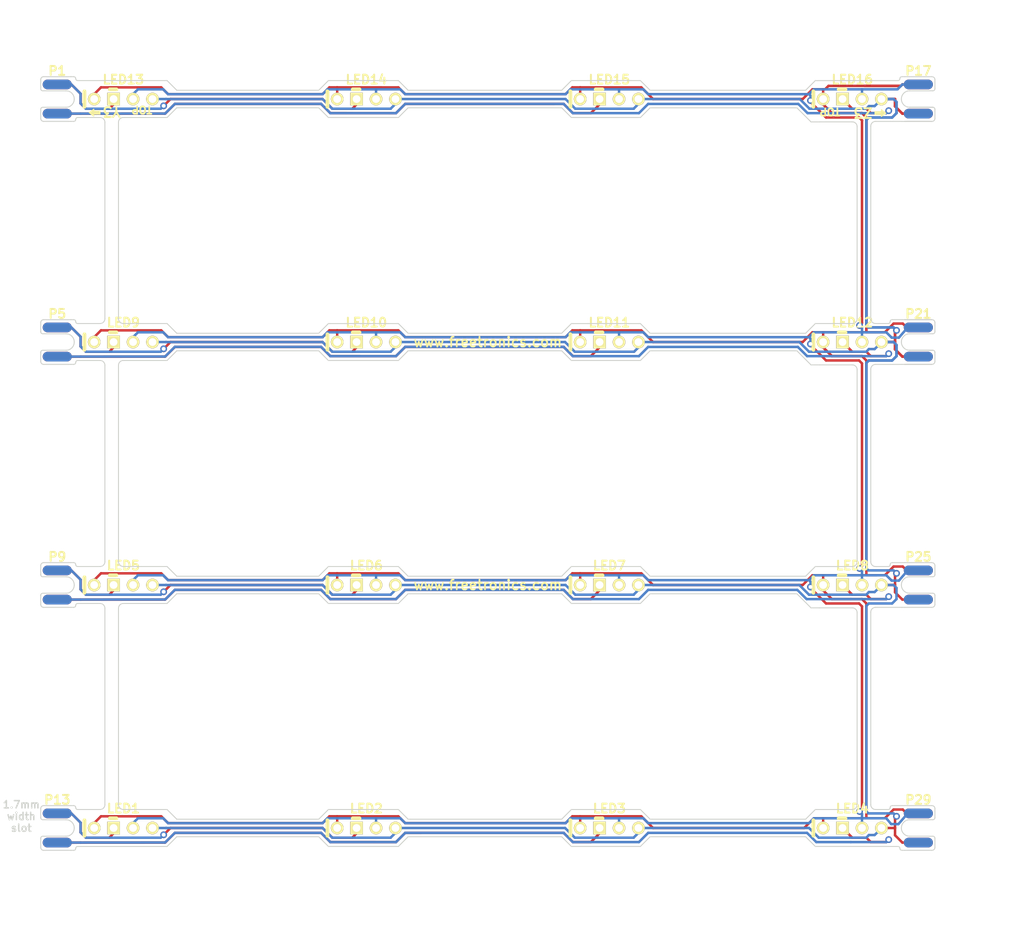
<source format=kicad_pcb>
(kicad_pcb (version 3) (host pcbnew "(2013-jul-07)-stable")

  (general
    (links 73)
    (no_connects 0)
    (area 149.809199 52.308759 255.191261 147.789901)
    (thickness 1.6002)
    (drawings 409)
    (tracks 749)
    (zones 0)
    (modules 24)
    (nets 20)
  )

  (page A4)
  (layers
    (15 Front signal)
    (0 Back signal)
    (16 B.Adhes user)
    (17 F.Adhes user)
    (18 B.Paste user)
    (19 F.Paste user)
    (20 B.SilkS user)
    (21 F.SilkS user)
    (22 B.Mask user)
    (23 F.Mask user)
    (24 Dwgs.User user)
    (25 Cmts.User user)
    (26 Eco1.User user)
    (27 Eco2.User user)
    (28 Edge.Cuts user)
  )

  (setup
    (last_trace_width 0.254)
    (user_trace_width 0.254)
    (user_trace_width 0.3048)
    (user_trace_width 0.4064)
    (user_trace_width 0.4572)
    (user_trace_width 0.508)
    (user_trace_width 0.8128)
    (user_trace_width 1.016)
    (trace_clearance 0.1778)
    (zone_clearance 0.4064)
    (zone_45_only no)
    (trace_min 0.2032)
    (segment_width 0.09906)
    (edge_width 0.09906)
    (via_size 0.889)
    (via_drill 0.635)
    (via_min_size 0.58928)
    (via_min_drill 0.39116)
    (user_via 0.70104 0.39878)
    (user_via 0.8001 0.50038)
    (uvia_size 0.508)
    (uvia_drill 0.127)
    (uvias_allowed no)
    (uvia_min_size 0.39878)
    (uvia_min_drill 0.09906)
    (pcb_text_width 0.3048)
    (pcb_text_size 1.524 2.032)
    (mod_edge_width 0.381)
    (mod_text_size 1.524 1.524)
    (mod_text_width 0.3048)
    (pad_size 2.99974 1.00076)
    (pad_drill 0)
    (pad_to_mask_clearance 0.254)
    (aux_axis_origin 149.9997 149.9997)
    (visible_elements FFFFFFBF)
    (pcbplotparams
      (layerselection 284983297)
      (usegerberextensions true)
      (excludeedgelayer true)
      (linewidth 0.150000)
      (plotframeref false)
      (viasonmask false)
      (mode 1)
      (useauxorigin false)
      (hpglpennumber 1)
      (hpglpenspeed 20)
      (hpglpendiameter 15)
      (hpglpenoverlay 0)
      (psnegative false)
      (psa4output false)
      (plotreference false)
      (plotvalue false)
      (plotothertext true)
      (plotinvisibletext false)
      (padsonsilk false)
      (subtractmaskfromsilk true)
      (outputformat 1)
      (mirror false)
      (drillshape 1)
      (scaleselection 1)
      (outputdirectory gerbers/))
  )

  (net 0 "")
  (net 1 /X0Y0)
  (net 2 /X0Y1)
  (net 3 /X0Y2)
  (net 4 /X0Y3)
  (net 5 /X1Y0)
  (net 6 /X1Y1)
  (net 7 /X1Y2)
  (net 8 /X1Y3)
  (net 9 /X2Y0)
  (net 10 /X2Y1)
  (net 11 /X2Y2)
  (net 12 /X2Y3)
  (net 13 /X3Y0)
  (net 14 /X3Y1)
  (net 15 /X3Y2)
  (net 16 /X3Y3)
  (net 17 /Z_BLUE)
  (net 18 /Z_GREEN)
  (net 19 /Z_RED)

  (net_class Default "This is the default net class."
    (clearance 0.1778)
    (trace_width 0.254)
    (via_dia 0.889)
    (via_drill 0.635)
    (uvia_dia 0.508)
    (uvia_drill 0.127)
    (add_net "")
    (add_net /X0Y0)
    (add_net /X0Y1)
    (add_net /X0Y2)
    (add_net /X0Y3)
    (add_net /X1Y0)
    (add_net /X1Y1)
    (add_net /X1Y2)
    (add_net /X1Y3)
    (add_net /X2Y0)
    (add_net /X2Y1)
    (add_net /X2Y2)
    (add_net /X2Y3)
    (add_net /X3Y0)
    (add_net /X3Y1)
    (add_net /X3Y2)
    (add_net /X3Y3)
    (add_net /Z_BLUE)
    (add_net /Z_GREEN)
    (add_net /Z_RED)
  )

  (net_class "Large Signal" ""
    (clearance 0.1778)
    (trace_width 0.508)
    (via_dia 0.889)
    (via_drill 0.635)
    (uvia_dia 0.508)
    (uvia_drill 0.127)
  )

  (net_class "Small Signal" ""
    (clearance 0.1778)
    (trace_width 0.254)
    (via_dia 0.8001)
    (via_drill 0.50038)
    (uvia_dia 0.59944)
    (uvia_drill 0.39878)
  )

  (module LED_RGB_8MM_COM_K (layer Front) (tedit 50019683) (tstamp 50004C6B)
    (at 237.50016 62.49924)
    (path /4FF97675)
    (autoplace_cost180 10)
    (fp_text reference LED16 (at 0 -1.99898) (layer F.SilkS)
      (effects (font (size 0.9144 0.9144) (thickness 0.2032)))
    )
    (fp_text value LED_RGB_COM_K (at 0 1.89992) (layer F.SilkS) hide
      (effects (font (size 0.9144 0.9144) (thickness 0.2032)))
    )
    (fp_line (start -1.39954 -1.00076) (end -0.70104 -1.00076) (layer F.SilkS) (width 0.381))
    (fp_line (start -4.0005 -0.8001) (end -4.0005 0.8001) (layer F.SilkS) (width 0.381))
    (pad AB thru_hole circle (at 2.99974 0) (size 1.30048 1.30048) (drill 0.8001)
      (layers *.Cu *.Mask F.SilkS)
      (net 17 /Z_BLUE)
      (solder_mask_margin 0.0254)
    )
    (pad AR thru_hole circle (at -2.99974 0) (size 1.30048 1.30048) (drill 0.8001)
      (layers *.Cu *.Mask F.SilkS)
      (net 19 /Z_RED)
      (solder_mask_margin 0.0254)
    )
    (pad K thru_hole rect (at -1.00076 0) (size 1.30048 1.30048) (drill 0.8001)
      (layers *.Cu *.Mask F.SilkS)
      (net 16 /X3Y3)
      (solder_mask_margin 0.0254)
    )
    (pad AG thru_hole circle (at 1.00076 0) (size 1.30048 1.30048) (drill 0.8001)
      (layers *.Cu *.Mask F.SilkS)
      (net 18 /Z_GREEN)
      (solder_mask_margin 0.0254)
    )
  )

  (module LED_RGB_8MM_COM_K (layer Front) (tedit 50019683) (tstamp 50004C6D)
    (at 162.49904 137.50036)
    (path /4FF9723A)
    (autoplace_cost180 10)
    (fp_text reference LED1 (at 0 -1.99898) (layer F.SilkS)
      (effects (font (size 0.9144 0.9144) (thickness 0.2032)))
    )
    (fp_text value LED_RGB_COM_K (at 0 1.89992) (layer F.SilkS) hide
      (effects (font (size 0.9144 0.9144) (thickness 0.2032)))
    )
    (fp_line (start -1.39954 -1.00076) (end -0.70104 -1.00076) (layer F.SilkS) (width 0.381))
    (fp_line (start -4.0005 -0.8001) (end -4.0005 0.8001) (layer F.SilkS) (width 0.381))
    (pad AB thru_hole circle (at 2.99974 0) (size 1.30048 1.30048) (drill 0.8001)
      (layers *.Cu *.Mask F.SilkS)
      (net 17 /Z_BLUE)
      (solder_mask_margin 0.0254)
    )
    (pad AR thru_hole circle (at -2.99974 0) (size 1.30048 1.30048) (drill 0.8001)
      (layers *.Cu *.Mask F.SilkS)
      (net 19 /Z_RED)
      (solder_mask_margin 0.0254)
    )
    (pad K thru_hole rect (at -1.00076 0) (size 1.30048 1.30048) (drill 0.8001)
      (layers *.Cu *.Mask F.SilkS)
      (net 1 /X0Y0)
      (solder_mask_margin 0.0254)
    )
    (pad AG thru_hole circle (at 1.00076 0) (size 1.30048 1.30048) (drill 0.8001)
      (layers *.Cu *.Mask F.SilkS)
      (net 18 /Z_GREEN)
      (solder_mask_margin 0.0254)
    )
  )

  (module LED_RGB_8MM_COM_K (layer Front) (tedit 50019683) (tstamp 50004C6F)
    (at 187.50026 137.50036)
    (path /4FF974CA)
    (autoplace_cost180 10)
    (fp_text reference LED2 (at 0 -1.99898) (layer F.SilkS)
      (effects (font (size 0.9144 0.9144) (thickness 0.2032)))
    )
    (fp_text value LED_RGB_COM_K (at 0 1.89992) (layer F.SilkS) hide
      (effects (font (size 0.9144 0.9144) (thickness 0.2032)))
    )
    (fp_line (start -1.39954 -1.00076) (end -0.70104 -1.00076) (layer F.SilkS) (width 0.381))
    (fp_line (start -4.0005 -0.8001) (end -4.0005 0.8001) (layer F.SilkS) (width 0.381))
    (pad AB thru_hole circle (at 2.99974 0) (size 1.30048 1.30048) (drill 0.8001)
      (layers *.Cu *.Mask F.SilkS)
      (net 17 /Z_BLUE)
      (solder_mask_margin 0.0254)
    )
    (pad AR thru_hole circle (at -2.99974 0) (size 1.30048 1.30048) (drill 0.8001)
      (layers *.Cu *.Mask F.SilkS)
      (net 19 /Z_RED)
      (solder_mask_margin 0.0254)
    )
    (pad K thru_hole rect (at -1.00076 0) (size 1.30048 1.30048) (drill 0.8001)
      (layers *.Cu *.Mask F.SilkS)
      (net 5 /X1Y0)
      (solder_mask_margin 0.0254)
    )
    (pad AG thru_hole circle (at 1.00076 0) (size 1.30048 1.30048) (drill 0.8001)
      (layers *.Cu *.Mask F.SilkS)
      (net 18 /Z_GREEN)
      (solder_mask_margin 0.0254)
    )
  )

  (module LED_RGB_8MM_COM_K (layer Front) (tedit 50019683) (tstamp 50004C71)
    (at 212.50148 137.50036)
    (path /4FF974D0)
    (autoplace_cost180 10)
    (fp_text reference LED3 (at 0 -1.99898) (layer F.SilkS)
      (effects (font (size 0.9144 0.9144) (thickness 0.2032)))
    )
    (fp_text value LED_RGB_COM_K (at 0 1.89992) (layer F.SilkS) hide
      (effects (font (size 0.9144 0.9144) (thickness 0.2032)))
    )
    (fp_line (start -1.39954 -1.00076) (end -0.70104 -1.00076) (layer F.SilkS) (width 0.381))
    (fp_line (start -4.0005 -0.8001) (end -4.0005 0.8001) (layer F.SilkS) (width 0.381))
    (pad AB thru_hole circle (at 2.99974 0) (size 1.30048 1.30048) (drill 0.8001)
      (layers *.Cu *.Mask F.SilkS)
      (net 17 /Z_BLUE)
      (solder_mask_margin 0.0254)
    )
    (pad AR thru_hole circle (at -2.99974 0) (size 1.30048 1.30048) (drill 0.8001)
      (layers *.Cu *.Mask F.SilkS)
      (net 19 /Z_RED)
      (solder_mask_margin 0.0254)
    )
    (pad K thru_hole rect (at -1.00076 0) (size 1.30048 1.30048) (drill 0.8001)
      (layers *.Cu *.Mask F.SilkS)
      (net 9 /X2Y0)
      (solder_mask_margin 0.0254)
    )
    (pad AG thru_hole circle (at 1.00076 0) (size 1.30048 1.30048) (drill 0.8001)
      (layers *.Cu *.Mask F.SilkS)
      (net 18 /Z_GREEN)
      (solder_mask_margin 0.0254)
    )
  )

  (module LED_RGB_8MM_COM_K (layer Front) (tedit 50019683) (tstamp 50004C73)
    (at 237.50016 137.50036)
    (path /4FF974D2)
    (autoplace_cost180 10)
    (fp_text reference LED4 (at 0 -1.99898) (layer F.SilkS)
      (effects (font (size 0.9144 0.9144) (thickness 0.2032)))
    )
    (fp_text value LED_RGB_COM_K (at 0 1.89992) (layer F.SilkS) hide
      (effects (font (size 0.9144 0.9144) (thickness 0.2032)))
    )
    (fp_line (start -1.39954 -1.00076) (end -0.70104 -1.00076) (layer F.SilkS) (width 0.381))
    (fp_line (start -4.0005 -0.8001) (end -4.0005 0.8001) (layer F.SilkS) (width 0.381))
    (pad AB thru_hole circle (at 2.99974 0) (size 1.30048 1.30048) (drill 0.8001)
      (layers *.Cu *.Mask F.SilkS)
      (net 17 /Z_BLUE)
      (solder_mask_margin 0.0254)
    )
    (pad AR thru_hole circle (at -2.99974 0) (size 1.30048 1.30048) (drill 0.8001)
      (layers *.Cu *.Mask F.SilkS)
      (net 19 /Z_RED)
      (solder_mask_margin 0.0254)
    )
    (pad K thru_hole rect (at -1.00076 0) (size 1.30048 1.30048) (drill 0.8001)
      (layers *.Cu *.Mask F.SilkS)
      (net 13 /X3Y0)
      (solder_mask_margin 0.0254)
    )
    (pad AG thru_hole circle (at 1.00076 0) (size 1.30048 1.30048) (drill 0.8001)
      (layers *.Cu *.Mask F.SilkS)
      (net 18 /Z_GREEN)
      (solder_mask_margin 0.0254)
    )
  )

  (module LED_RGB_8MM_COM_K (layer Front) (tedit 50019683) (tstamp 50004C75)
    (at 237.50016 112.49914)
    (path /4FF97528)
    (autoplace_cost180 10)
    (fp_text reference LED8 (at 0 -1.99898) (layer F.SilkS)
      (effects (font (size 0.9144 0.9144) (thickness 0.2032)))
    )
    (fp_text value LED_RGB_COM_K (at 0 1.89992) (layer F.SilkS) hide
      (effects (font (size 0.9144 0.9144) (thickness 0.2032)))
    )
    (fp_line (start -1.39954 -1.00076) (end -0.70104 -1.00076) (layer F.SilkS) (width 0.381))
    (fp_line (start -4.0005 -0.8001) (end -4.0005 0.8001) (layer F.SilkS) (width 0.381))
    (pad AB thru_hole circle (at 2.99974 0) (size 1.30048 1.30048) (drill 0.8001)
      (layers *.Cu *.Mask F.SilkS)
      (net 17 /Z_BLUE)
      (solder_mask_margin 0.0254)
    )
    (pad AR thru_hole circle (at -2.99974 0) (size 1.30048 1.30048) (drill 0.8001)
      (layers *.Cu *.Mask F.SilkS)
      (net 19 /Z_RED)
      (solder_mask_margin 0.0254)
    )
    (pad K thru_hole rect (at -1.00076 0) (size 1.30048 1.30048) (drill 0.8001)
      (layers *.Cu *.Mask F.SilkS)
      (net 14 /X3Y1)
      (solder_mask_margin 0.0254)
    )
    (pad AG thru_hole circle (at 1.00076 0) (size 1.30048 1.30048) (drill 0.8001)
      (layers *.Cu *.Mask F.SilkS)
      (net 18 /Z_GREEN)
      (solder_mask_margin 0.0254)
    )
  )

  (module LED_RGB_8MM_COM_K (layer Front) (tedit 50019683) (tstamp 50004C77)
    (at 212.50148 112.49914)
    (path /4FF97529)
    (autoplace_cost180 10)
    (fp_text reference LED7 (at 0 -1.99898) (layer F.SilkS)
      (effects (font (size 0.9144 0.9144) (thickness 0.2032)))
    )
    (fp_text value LED_RGB_COM_K (at 0 1.89992) (layer F.SilkS) hide
      (effects (font (size 0.9144 0.9144) (thickness 0.2032)))
    )
    (fp_line (start -1.39954 -1.00076) (end -0.70104 -1.00076) (layer F.SilkS) (width 0.381))
    (fp_line (start -4.0005 -0.8001) (end -4.0005 0.8001) (layer F.SilkS) (width 0.381))
    (pad AB thru_hole circle (at 2.99974 0) (size 1.30048 1.30048) (drill 0.8001)
      (layers *.Cu *.Mask F.SilkS)
      (net 17 /Z_BLUE)
      (solder_mask_margin 0.0254)
    )
    (pad AR thru_hole circle (at -2.99974 0) (size 1.30048 1.30048) (drill 0.8001)
      (layers *.Cu *.Mask F.SilkS)
      (net 19 /Z_RED)
      (solder_mask_margin 0.0254)
    )
    (pad K thru_hole rect (at -1.00076 0) (size 1.30048 1.30048) (drill 0.8001)
      (layers *.Cu *.Mask F.SilkS)
      (net 10 /X2Y1)
      (solder_mask_margin 0.0254)
    )
    (pad AG thru_hole circle (at 1.00076 0) (size 1.30048 1.30048) (drill 0.8001)
      (layers *.Cu *.Mask F.SilkS)
      (net 18 /Z_GREEN)
      (solder_mask_margin 0.0254)
    )
  )

  (module LED_RGB_8MM_COM_K (layer Front) (tedit 50019683) (tstamp 50004C79)
    (at 187.50026 112.49914)
    (path /4FF9752A)
    (autoplace_cost180 10)
    (fp_text reference LED6 (at 0 -1.99898) (layer F.SilkS)
      (effects (font (size 0.9144 0.9144) (thickness 0.2032)))
    )
    (fp_text value LED_RGB_COM_K (at 0 1.89992) (layer F.SilkS) hide
      (effects (font (size 0.9144 0.9144) (thickness 0.2032)))
    )
    (fp_line (start -1.39954 -1.00076) (end -0.70104 -1.00076) (layer F.SilkS) (width 0.381))
    (fp_line (start -4.0005 -0.8001) (end -4.0005 0.8001) (layer F.SilkS) (width 0.381))
    (pad AB thru_hole circle (at 2.99974 0) (size 1.30048 1.30048) (drill 0.8001)
      (layers *.Cu *.Mask F.SilkS)
      (net 17 /Z_BLUE)
      (solder_mask_margin 0.0254)
    )
    (pad AR thru_hole circle (at -2.99974 0) (size 1.30048 1.30048) (drill 0.8001)
      (layers *.Cu *.Mask F.SilkS)
      (net 19 /Z_RED)
      (solder_mask_margin 0.0254)
    )
    (pad K thru_hole rect (at -1.00076 0) (size 1.30048 1.30048) (drill 0.8001)
      (layers *.Cu *.Mask F.SilkS)
      (net 6 /X1Y1)
      (solder_mask_margin 0.0254)
    )
    (pad AG thru_hole circle (at 1.00076 0) (size 1.30048 1.30048) (drill 0.8001)
      (layers *.Cu *.Mask F.SilkS)
      (net 18 /Z_GREEN)
      (solder_mask_margin 0.0254)
    )
  )

  (module LED_RGB_8MM_COM_K (layer Front) (tedit 50019683) (tstamp 50004C7B)
    (at 162.49904 112.49914)
    (path /4FF9752B)
    (autoplace_cost180 10)
    (fp_text reference LED5 (at 0 -1.99898) (layer F.SilkS)
      (effects (font (size 0.9144 0.9144) (thickness 0.2032)))
    )
    (fp_text value LED_RGB_COM_K (at 0 1.89992) (layer F.SilkS) hide
      (effects (font (size 0.9144 0.9144) (thickness 0.2032)))
    )
    (fp_line (start -1.39954 -1.00076) (end -0.70104 -1.00076) (layer F.SilkS) (width 0.381))
    (fp_line (start -4.0005 -0.8001) (end -4.0005 0.8001) (layer F.SilkS) (width 0.381))
    (pad AB thru_hole circle (at 2.99974 0) (size 1.30048 1.30048) (drill 0.8001)
      (layers *.Cu *.Mask F.SilkS)
      (net 17 /Z_BLUE)
      (solder_mask_margin 0.0254)
    )
    (pad AR thru_hole circle (at -2.99974 0) (size 1.30048 1.30048) (drill 0.8001)
      (layers *.Cu *.Mask F.SilkS)
      (net 19 /Z_RED)
      (solder_mask_margin 0.0254)
    )
    (pad K thru_hole rect (at -1.00076 0) (size 1.30048 1.30048) (drill 0.8001)
      (layers *.Cu *.Mask F.SilkS)
      (net 2 /X0Y1)
      (solder_mask_margin 0.0254)
    )
    (pad AG thru_hole circle (at 1.00076 0) (size 1.30048 1.30048) (drill 0.8001)
      (layers *.Cu *.Mask F.SilkS)
      (net 18 /Z_GREEN)
      (solder_mask_margin 0.0254)
    )
  )

  (module LED_RGB_8MM_COM_K (layer Front) (tedit 50019683) (tstamp 50004C7D)
    (at 162.49904 62.49924)
    (path /4FF97672)
    (autoplace_cost180 10)
    (fp_text reference LED13 (at 0 -1.99898) (layer F.SilkS)
      (effects (font (size 0.9144 0.9144) (thickness 0.2032)))
    )
    (fp_text value LED_RGB_COM_K (at 0 1.89992) (layer F.SilkS) hide
      (effects (font (size 0.9144 0.9144) (thickness 0.2032)))
    )
    (fp_line (start -1.39954 -1.00076) (end -0.70104 -1.00076) (layer F.SilkS) (width 0.381))
    (fp_line (start -4.0005 -0.8001) (end -4.0005 0.8001) (layer F.SilkS) (width 0.381))
    (pad AB thru_hole circle (at 2.99974 0) (size 1.30048 1.30048) (drill 0.8001)
      (layers *.Cu *.Mask F.SilkS)
      (net 17 /Z_BLUE)
      (solder_mask_margin 0.0254)
    )
    (pad AR thru_hole circle (at -2.99974 0) (size 1.30048 1.30048) (drill 0.8001)
      (layers *.Cu *.Mask F.SilkS)
      (net 19 /Z_RED)
      (solder_mask_margin 0.0254)
    )
    (pad K thru_hole rect (at -1.00076 0) (size 1.30048 1.30048) (drill 0.8001)
      (layers *.Cu *.Mask F.SilkS)
      (net 4 /X0Y3)
      (solder_mask_margin 0.0254)
    )
    (pad AG thru_hole circle (at 1.00076 0) (size 1.30048 1.30048) (drill 0.8001)
      (layers *.Cu *.Mask F.SilkS)
      (net 18 /Z_GREEN)
      (solder_mask_margin 0.0254)
    )
  )

  (module LED_RGB_8MM_COM_K (layer Front) (tedit 50019683) (tstamp 50004C7F)
    (at 187.50026 62.49924)
    (path /4FF97673)
    (autoplace_cost180 10)
    (fp_text reference LED14 (at 0 -1.99898) (layer F.SilkS)
      (effects (font (size 0.9144 0.9144) (thickness 0.2032)))
    )
    (fp_text value LED_RGB_COM_K (at 0 1.89992) (layer F.SilkS) hide
      (effects (font (size 0.9144 0.9144) (thickness 0.2032)))
    )
    (fp_line (start -1.39954 -1.00076) (end -0.70104 -1.00076) (layer F.SilkS) (width 0.381))
    (fp_line (start -4.0005 -0.8001) (end -4.0005 0.8001) (layer F.SilkS) (width 0.381))
    (pad AB thru_hole circle (at 2.99974 0) (size 1.30048 1.30048) (drill 0.8001)
      (layers *.Cu *.Mask F.SilkS)
      (net 17 /Z_BLUE)
      (solder_mask_margin 0.0254)
    )
    (pad AR thru_hole circle (at -2.99974 0) (size 1.30048 1.30048) (drill 0.8001)
      (layers *.Cu *.Mask F.SilkS)
      (net 19 /Z_RED)
      (solder_mask_margin 0.0254)
    )
    (pad K thru_hole rect (at -1.00076 0) (size 1.30048 1.30048) (drill 0.8001)
      (layers *.Cu *.Mask F.SilkS)
      (net 8 /X1Y3)
      (solder_mask_margin 0.0254)
    )
    (pad AG thru_hole circle (at 1.00076 0) (size 1.30048 1.30048) (drill 0.8001)
      (layers *.Cu *.Mask F.SilkS)
      (net 18 /Z_GREEN)
      (solder_mask_margin 0.0254)
    )
  )

  (module LED_RGB_8MM_COM_K (layer Front) (tedit 50019683) (tstamp 50004C81)
    (at 212.50148 62.49924)
    (path /4FF97674)
    (autoplace_cost180 10)
    (fp_text reference LED15 (at 0 -1.99898) (layer F.SilkS)
      (effects (font (size 0.9144 0.9144) (thickness 0.2032)))
    )
    (fp_text value LED_RGB_COM_K (at 0 1.89992) (layer F.SilkS) hide
      (effects (font (size 0.9144 0.9144) (thickness 0.2032)))
    )
    (fp_line (start -1.39954 -1.00076) (end -0.70104 -1.00076) (layer F.SilkS) (width 0.381))
    (fp_line (start -4.0005 -0.8001) (end -4.0005 0.8001) (layer F.SilkS) (width 0.381))
    (pad AB thru_hole circle (at 2.99974 0) (size 1.30048 1.30048) (drill 0.8001)
      (layers *.Cu *.Mask F.SilkS)
      (net 17 /Z_BLUE)
      (solder_mask_margin 0.0254)
    )
    (pad AR thru_hole circle (at -2.99974 0) (size 1.30048 1.30048) (drill 0.8001)
      (layers *.Cu *.Mask F.SilkS)
      (net 19 /Z_RED)
      (solder_mask_margin 0.0254)
    )
    (pad K thru_hole rect (at -1.00076 0) (size 1.30048 1.30048) (drill 0.8001)
      (layers *.Cu *.Mask F.SilkS)
      (net 12 /X2Y3)
      (solder_mask_margin 0.0254)
    )
    (pad AG thru_hole circle (at 1.00076 0) (size 1.30048 1.30048) (drill 0.8001)
      (layers *.Cu *.Mask F.SilkS)
      (net 18 /Z_GREEN)
      (solder_mask_margin 0.0254)
    )
  )

  (module LED_RGB_8MM_COM_K (layer Front) (tedit 50019683) (tstamp 50004C83)
    (at 237.50016 87.50046)
    (path /4FF97676)
    (autoplace_cost180 10)
    (fp_text reference LED12 (at 0 -1.99898) (layer F.SilkS)
      (effects (font (size 0.9144 0.9144) (thickness 0.2032)))
    )
    (fp_text value LED_RGB_COM_K (at 0 1.89992) (layer F.SilkS) hide
      (effects (font (size 0.9144 0.9144) (thickness 0.2032)))
    )
    (fp_line (start -1.39954 -1.00076) (end -0.70104 -1.00076) (layer F.SilkS) (width 0.381))
    (fp_line (start -4.0005 -0.8001) (end -4.0005 0.8001) (layer F.SilkS) (width 0.381))
    (pad AB thru_hole circle (at 2.99974 0) (size 1.30048 1.30048) (drill 0.8001)
      (layers *.Cu *.Mask F.SilkS)
      (net 17 /Z_BLUE)
      (solder_mask_margin 0.0254)
    )
    (pad AR thru_hole circle (at -2.99974 0) (size 1.30048 1.30048) (drill 0.8001)
      (layers *.Cu *.Mask F.SilkS)
      (net 19 /Z_RED)
      (solder_mask_margin 0.0254)
    )
    (pad K thru_hole rect (at -1.00076 0) (size 1.30048 1.30048) (drill 0.8001)
      (layers *.Cu *.Mask F.SilkS)
      (net 15 /X3Y2)
      (solder_mask_margin 0.0254)
    )
    (pad AG thru_hole circle (at 1.00076 0) (size 1.30048 1.30048) (drill 0.8001)
      (layers *.Cu *.Mask F.SilkS)
      (net 18 /Z_GREEN)
      (solder_mask_margin 0.0254)
    )
  )

  (module LED_RGB_8MM_COM_K (layer Front) (tedit 50019683) (tstamp 50004C85)
    (at 212.50148 87.50046)
    (path /4FF97677)
    (autoplace_cost180 10)
    (fp_text reference LED11 (at 0 -1.99898) (layer F.SilkS)
      (effects (font (size 0.9144 0.9144) (thickness 0.2032)))
    )
    (fp_text value LED_RGB_COM_K (at 0 1.89992) (layer F.SilkS) hide
      (effects (font (size 0.9144 0.9144) (thickness 0.2032)))
    )
    (fp_line (start -1.39954 -1.00076) (end -0.70104 -1.00076) (layer F.SilkS) (width 0.381))
    (fp_line (start -4.0005 -0.8001) (end -4.0005 0.8001) (layer F.SilkS) (width 0.381))
    (pad AB thru_hole circle (at 2.99974 0) (size 1.30048 1.30048) (drill 0.8001)
      (layers *.Cu *.Mask F.SilkS)
      (net 17 /Z_BLUE)
      (solder_mask_margin 0.0254)
    )
    (pad AR thru_hole circle (at -2.99974 0) (size 1.30048 1.30048) (drill 0.8001)
      (layers *.Cu *.Mask F.SilkS)
      (net 19 /Z_RED)
      (solder_mask_margin 0.0254)
    )
    (pad K thru_hole rect (at -1.00076 0) (size 1.30048 1.30048) (drill 0.8001)
      (layers *.Cu *.Mask F.SilkS)
      (net 11 /X2Y2)
      (solder_mask_margin 0.0254)
    )
    (pad AG thru_hole circle (at 1.00076 0) (size 1.30048 1.30048) (drill 0.8001)
      (layers *.Cu *.Mask F.SilkS)
      (net 18 /Z_GREEN)
      (solder_mask_margin 0.0254)
    )
  )

  (module LED_RGB_8MM_COM_K (layer Front) (tedit 50019683) (tstamp 50004C87)
    (at 187.50026 87.50046)
    (path /4FF97678)
    (autoplace_cost180 10)
    (fp_text reference LED10 (at 0 -1.99898) (layer F.SilkS)
      (effects (font (size 0.9144 0.9144) (thickness 0.2032)))
    )
    (fp_text value LED_RGB_COM_K (at 0 1.89992) (layer F.SilkS) hide
      (effects (font (size 0.9144 0.9144) (thickness 0.2032)))
    )
    (fp_line (start -1.39954 -1.00076) (end -0.70104 -1.00076) (layer F.SilkS) (width 0.381))
    (fp_line (start -4.0005 -0.8001) (end -4.0005 0.8001) (layer F.SilkS) (width 0.381))
    (pad AB thru_hole circle (at 2.99974 0) (size 1.30048 1.30048) (drill 0.8001)
      (layers *.Cu *.Mask F.SilkS)
      (net 17 /Z_BLUE)
      (solder_mask_margin 0.0254)
    )
    (pad AR thru_hole circle (at -2.99974 0) (size 1.30048 1.30048) (drill 0.8001)
      (layers *.Cu *.Mask F.SilkS)
      (net 19 /Z_RED)
      (solder_mask_margin 0.0254)
    )
    (pad K thru_hole rect (at -1.00076 0) (size 1.30048 1.30048) (drill 0.8001)
      (layers *.Cu *.Mask F.SilkS)
      (net 7 /X1Y2)
      (solder_mask_margin 0.0254)
    )
    (pad AG thru_hole circle (at 1.00076 0) (size 1.30048 1.30048) (drill 0.8001)
      (layers *.Cu *.Mask F.SilkS)
      (net 18 /Z_GREEN)
      (solder_mask_margin 0.0254)
    )
  )

  (module LED_RGB_8MM_COM_K (layer Front) (tedit 50019683) (tstamp 50004C89)
    (at 162.49904 87.50046)
    (path /4FF97B19)
    (autoplace_cost180 10)
    (fp_text reference LED9 (at 0 -1.99898) (layer F.SilkS)
      (effects (font (size 0.9144 0.9144) (thickness 0.2032)))
    )
    (fp_text value LED_RGB_COM_K (at 0 1.89992) (layer F.SilkS) hide
      (effects (font (size 0.9144 0.9144) (thickness 0.2032)))
    )
    (fp_line (start -1.39954 -1.00076) (end -0.70104 -1.00076) (layer F.SilkS) (width 0.381))
    (fp_line (start -4.0005 -0.8001) (end -4.0005 0.8001) (layer F.SilkS) (width 0.381))
    (pad AB thru_hole circle (at 2.99974 0) (size 1.30048 1.30048) (drill 0.8001)
      (layers *.Cu *.Mask F.SilkS)
      (net 17 /Z_BLUE)
      (solder_mask_margin 0.0254)
    )
    (pad AR thru_hole circle (at -2.99974 0) (size 1.30048 1.30048) (drill 0.8001)
      (layers *.Cu *.Mask F.SilkS)
      (net 19 /Z_RED)
      (solder_mask_margin 0.0254)
    )
    (pad K thru_hole rect (at -1.00076 0) (size 1.30048 1.30048) (drill 0.8001)
      (layers *.Cu *.Mask F.SilkS)
      (net 3 /X0Y2)
      (solder_mask_margin 0.0254)
    )
    (pad AG thru_hole circle (at 1.00076 0) (size 1.30048 1.30048) (drill 0.8001)
      (layers *.Cu *.Mask F.SilkS)
      (net 18 /Z_GREEN)
      (solder_mask_margin 0.0254)
    )
  )

  (module LED_MATRIX_PLANE_4PAD (layer Front) (tedit 5001977A) (tstamp 50004C98)
    (at 244.29974 112.49914)
    (path /4FF97C51)
    (attr smd)
    (fp_text reference P25 (at 0 -2.90068) (layer F.SilkS)
      (effects (font (size 0.9144 0.9144) (thickness 0.2032)))
    )
    (fp_text value Z (at 0 2.99974) (layer F.SilkS) hide
      (effects (font (size 0.9144 0.9144) (thickness 0.2032)))
    )
    (fp_text user "front top" (at 0 0.50038) (layer F.SilkS) hide
      (effects (font (size 0.59944 0.59944) (thickness 0.09906)))
    )
    (pad 3 smd oval (at 0 1.50114) (size 2.99974 1.00076)
      (layers Front F.Paste F.Mask)
      (net 17 /Z_BLUE)
      (solder_mask_margin 0.0254)
    )
    (pad 4 smd oval (at 0 1.50114) (size 2.99974 1.00076)
      (layers Back B.Paste B.Mask)
      (solder_mask_margin 0.0254)
    )
    (pad 2 smd oval (at 0 -1.50114) (size 2.99974 1.00076)
      (layers Back B.Paste B.Mask)
      (net 18 /Z_GREEN)
      (solder_mask_margin 0.0254)
    )
    (pad 1 smd oval (at 0 -1.50114) (size 2.99974 1.00076)
      (layers Front F.Paste F.Mask)
      (net 19 /Z_RED)
      (solder_mask_margin 0.0254)
    )
  )

  (module LED_MATRIX_PLANE_4PAD (layer Front) (tedit 5001977A) (tstamp 50004C96)
    (at 244.29974 87.50046)
    (path /4FF97C2C)
    (attr smd)
    (fp_text reference P21 (at 0 -2.90068) (layer F.SilkS)
      (effects (font (size 0.9144 0.9144) (thickness 0.2032)))
    )
    (fp_text value Z (at 0 2.99974) (layer F.SilkS) hide
      (effects (font (size 0.9144 0.9144) (thickness 0.2032)))
    )
    (fp_text user "front top" (at 0 0.50038) (layer F.SilkS) hide
      (effects (font (size 0.59944 0.59944) (thickness 0.09906)))
    )
    (pad 3 smd oval (at 0 1.50114) (size 2.99974 1.00076)
      (layers Front F.Paste F.Mask)
      (net 17 /Z_BLUE)
      (solder_mask_margin 0.0254)
    )
    (pad 4 smd oval (at 0 1.50114) (size 2.99974 1.00076)
      (layers Back B.Paste B.Mask)
      (solder_mask_margin 0.0254)
    )
    (pad 2 smd oval (at 0 -1.50114) (size 2.99974 1.00076)
      (layers Back B.Paste B.Mask)
      (net 18 /Z_GREEN)
      (solder_mask_margin 0.0254)
    )
    (pad 1 smd oval (at 0 -1.50114) (size 2.99974 1.00076)
      (layers Front F.Paste F.Mask)
      (net 19 /Z_RED)
      (solder_mask_margin 0.0254)
    )
  )

  (module LED_MATRIX_PLANE_4PAD (layer Front) (tedit 5001977A) (tstamp 50004C94)
    (at 155.69946 62.49924)
    (path /4FF979C7)
    (attr smd)
    (fp_text reference P1 (at 0 -2.90068) (layer F.SilkS)
      (effects (font (size 0.9144 0.9144) (thickness 0.2032)))
    )
    (fp_text value Y3 (at 0 2.99974) (layer F.SilkS) hide
      (effects (font (size 0.9144 0.9144) (thickness 0.2032)))
    )
    (fp_text user "front top" (at 0 0.50038) (layer F.SilkS) hide
      (effects (font (size 0.59944 0.59944) (thickness 0.09906)))
    )
    (pad 3 smd oval (at 0 1.50114) (size 2.99974 1.00076)
      (layers Front F.Paste F.Mask)
      (net 12 /X2Y3)
      (solder_mask_margin 0.0254)
    )
    (pad 4 smd oval (at 0 1.50114) (size 2.99974 1.00076)
      (layers Back B.Paste B.Mask)
      (net 16 /X3Y3)
      (solder_mask_margin 0.0254)
    )
    (pad 2 smd oval (at 0 -1.50114) (size 2.99974 1.00076)
      (layers Back B.Paste B.Mask)
      (net 8 /X1Y3)
      (solder_mask_margin 0.0254)
    )
    (pad 1 smd oval (at 0 -1.50114) (size 2.99974 1.00076)
      (layers Front F.Paste F.Mask)
      (net 4 /X0Y3)
      (solder_mask_margin 0.0254)
    )
  )

  (module LED_MATRIX_PLANE_4PAD (layer Front) (tedit 5001977A) (tstamp 50004C92)
    (at 155.69946 87.50046)
    (path /4FF979C4)
    (attr smd)
    (fp_text reference P5 (at 0 -2.90068) (layer F.SilkS)
      (effects (font (size 0.9144 0.9144) (thickness 0.2032)))
    )
    (fp_text value Y2 (at 0 2.99974) (layer F.SilkS) hide
      (effects (font (size 0.9144 0.9144) (thickness 0.2032)))
    )
    (fp_text user "front top" (at 0 0.50038) (layer F.SilkS) hide
      (effects (font (size 0.59944 0.59944) (thickness 0.09906)))
    )
    (pad 3 smd oval (at 0 1.50114) (size 2.99974 1.00076)
      (layers Front F.Paste F.Mask)
      (net 11 /X2Y2)
      (solder_mask_margin 0.0254)
    )
    (pad 4 smd oval (at 0 1.50114) (size 2.99974 1.00076)
      (layers Back B.Paste B.Mask)
      (net 15 /X3Y2)
      (solder_mask_margin 0.0254)
    )
    (pad 2 smd oval (at 0 -1.50114) (size 2.99974 1.00076)
      (layers Back B.Paste B.Mask)
      (net 7 /X1Y2)
      (solder_mask_margin 0.0254)
    )
    (pad 1 smd oval (at 0 -1.50114) (size 2.99974 1.00076)
      (layers Front F.Paste F.Mask)
      (net 3 /X0Y2)
      (solder_mask_margin 0.0254)
    )
  )

  (module LED_MATRIX_PLANE_4PAD (layer Front) (tedit 5001977A) (tstamp 50004C90)
    (at 155.69946 112.49914)
    (path /4FF979BD)
    (attr smd)
    (fp_text reference P9 (at 0 -2.90068) (layer F.SilkS)
      (effects (font (size 0.9144 0.9144) (thickness 0.2032)))
    )
    (fp_text value Y1 (at 0 2.99974) (layer F.SilkS) hide
      (effects (font (size 0.9144 0.9144) (thickness 0.2032)))
    )
    (fp_text user "front top" (at 0 0.50038) (layer F.SilkS) hide
      (effects (font (size 0.59944 0.59944) (thickness 0.09906)))
    )
    (pad 3 smd oval (at 0 1.50114) (size 2.99974 1.00076)
      (layers Front F.Paste F.Mask)
      (net 10 /X2Y1)
      (solder_mask_margin 0.0254)
    )
    (pad 4 smd oval (at 0 1.50114) (size 2.99974 1.00076)
      (layers Back B.Paste B.Mask)
      (net 14 /X3Y1)
      (solder_mask_margin 0.0254)
    )
    (pad 2 smd oval (at 0 -1.50114) (size 2.99974 1.00076)
      (layers Back B.Paste B.Mask)
      (net 6 /X1Y1)
      (solder_mask_margin 0.0254)
    )
    (pad 1 smd oval (at 0 -1.50114) (size 2.99974 1.00076)
      (layers Front F.Paste F.Mask)
      (net 2 /X0Y1)
      (solder_mask_margin 0.0254)
    )
  )

  (module LED_MATRIX_PLANE_4PAD (layer Front) (tedit 5001977A) (tstamp 50004C8E)
    (at 155.69946 137.50036)
    (path /4FF97985)
    (attr smd)
    (fp_text reference P13 (at 0 -2.90068) (layer F.SilkS)
      (effects (font (size 0.9144 0.9144) (thickness 0.2032)))
    )
    (fp_text value Y0 (at 0 2.99974) (layer F.SilkS) hide
      (effects (font (size 0.9144 0.9144) (thickness 0.2032)))
    )
    (fp_text user "front top" (at 0 0.50038) (layer F.SilkS) hide
      (effects (font (size 0.59944 0.59944) (thickness 0.09906)))
    )
    (pad 3 smd oval (at 0 1.50114) (size 2.99974 1.00076)
      (layers Front F.Paste F.Mask)
      (net 9 /X2Y0)
      (solder_mask_margin 0.0254)
    )
    (pad 4 smd oval (at 0 1.50114) (size 2.99974 1.00076)
      (layers Back B.Paste B.Mask)
      (net 13 /X3Y0)
      (solder_mask_margin 0.0254)
    )
    (pad 2 smd oval (at 0 -1.50114) (size 2.99974 1.00076)
      (layers Back B.Paste B.Mask)
      (net 5 /X1Y0)
      (solder_mask_margin 0.0254)
    )
    (pad 1 smd oval (at 0 -1.50114) (size 2.99974 1.00076)
      (layers Front F.Paste F.Mask)
      (net 1 /X0Y0)
      (solder_mask_margin 0.0254)
    )
  )

  (module LED_MATRIX_PLANE_4PAD (layer Front) (tedit 5001977A) (tstamp 50004C8C)
    (at 244.29974 62.49924)
    (path /4FF976BB)
    (attr smd)
    (fp_text reference P17 (at 0 -2.90068) (layer F.SilkS)
      (effects (font (size 0.9144 0.9144) (thickness 0.2032)))
    )
    (fp_text value Z (at 0 2.99974) (layer F.SilkS) hide
      (effects (font (size 0.9144 0.9144) (thickness 0.2032)))
    )
    (fp_text user "front top" (at 0 0.50038) (layer F.SilkS) hide
      (effects (font (size 0.59944 0.59944) (thickness 0.09906)))
    )
    (pad 3 smd oval (at 0 1.50114) (size 2.99974 1.00076)
      (layers Front F.Paste F.Mask)
      (net 17 /Z_BLUE)
      (solder_mask_margin 0.0254)
    )
    (pad 4 smd oval (at 0 1.50114) (size 2.99974 1.00076)
      (layers Back B.Paste B.Mask)
      (solder_mask_margin 0.0254)
    )
    (pad 2 smd oval (at 0 -1.50114) (size 2.99974 1.00076)
      (layers Back B.Paste B.Mask)
      (net 18 /Z_GREEN)
      (solder_mask_margin 0.0254)
    )
    (pad 1 smd oval (at 0 -1.50114) (size 2.99974 1.00076)
      (layers Front F.Paste F.Mask)
      (net 19 /Z_RED)
      (solder_mask_margin 0.0254)
    )
  )

  (module LED_MATRIX_PLANE_4PAD (layer Front) (tedit 5001977A) (tstamp 50004C8A)
    (at 244.29974 137.50036)
    (path /4FF97C59)
    (attr smd)
    (fp_text reference P29 (at 0 -2.90068) (layer F.SilkS)
      (effects (font (size 0.9144 0.9144) (thickness 0.2032)))
    )
    (fp_text value Z (at 0 2.99974) (layer F.SilkS) hide
      (effects (font (size 0.9144 0.9144) (thickness 0.2032)))
    )
    (fp_text user "front top" (at 0 0.50038) (layer F.SilkS) hide
      (effects (font (size 0.59944 0.59944) (thickness 0.09906)))
    )
    (pad 3 smd oval (at 0 1.50114) (size 2.99974 1.00076)
      (layers Front F.Paste F.Mask)
      (net 17 /Z_BLUE)
      (solder_mask_margin 0.0254)
    )
    (pad 4 smd oval (at 0 1.50114) (size 2.99974 1.00076)
      (layers Back B.Paste B.Mask)
      (solder_mask_margin 0.0254)
    )
    (pad 2 smd oval (at 0 -1.50114) (size 2.99974 1.00076)
      (layers Back B.Paste B.Mask)
      (net 18 /Z_GREEN)
      (solder_mask_margin 0.0254)
    )
    (pad 1 smd oval (at 0 -1.50114) (size 2.99974 1.00076)
      (layers Front F.Paste F.Mask)
      (net 19 /Z_RED)
      (solder_mask_margin 0.0254)
    )
  )

  (gr_arc (start 242.19916 60.39866) (end 242.39982 60.39866) (angle 90) (layer Edge.Cuts) (width 0.09906))
  (gr_arc (start 242.60048 60.39866) (end 242.39982 60.39866) (angle 90) (layer Edge.Cuts) (width 0.09906))
  (gr_line (start 242.19916 60.60186) (end 233.70032 60.60186) (angle 90) (layer Edge.Cuts) (width 0.09906))
  (gr_line (start 231.8004 113.40084) (end 216.7001 113.40084) (angle 90) (layer Edge.Cuts) (width 0.09906))
  (gr_line (start 233.25074 114.84864) (end 234.1499 114.84864) (angle 90) (layer Edge.Cuts) (width 0.09906))
  (gr_line (start 231.8004 113.40084) (end 233.25074 114.84864) (angle 90) (layer Edge.Cuts) (width 0.09906))
  (gr_line (start 231.8004 88.40216) (end 233.25074 89.84996) (angle 90) (layer Edge.Cuts) (width 0.09906))
  (gr_line (start 233.25074 89.84996) (end 234.1499 89.84996) (angle 90) (layer Edge.Cuts) (width 0.09906))
  (gr_line (start 231.8004 88.40216) (end 216.7001 88.40216) (angle 90) (layer Edge.Cuts) (width 0.09906))
  (gr_line (start 231.8004 63.40094) (end 216.7001 63.40094) (angle 90) (layer Edge.Cuts) (width 0.09906))
  (gr_line (start 233.25074 64.84874) (end 234.1499 64.84874) (angle 90) (layer Edge.Cuts) (width 0.09906))
  (gr_line (start 231.8004 63.40094) (end 233.25074 64.84874) (angle 90) (layer Edge.Cuts) (width 0.09906))
  (gr_text "1.7mm\nwidth\nslot" (at 151.99868 136.29894) (layer Edge.Cuts)
    (effects (font (size 0.7493 0.7493) (thickness 0.14986)))
  )
  (gr_line (start 240.59642 63.74892) (end 240.54562 63.69812) (angle 90) (layer F.SilkS) (width 0.09906))
  (gr_line (start 240.49736 63.84798) (end 240.59642 63.74892) (angle 90) (layer F.SilkS) (width 0.09906))
  (gr_line (start 240.49736 63.94958) (end 240.49736 63.84798) (angle 90) (layer F.SilkS) (width 0.09906))
  (gr_line (start 240.64722 63.79972) (end 240.49736 63.94958) (angle 90) (layer F.SilkS) (width 0.09906))
  (gr_line (start 240.74628 63.79972) (end 240.64722 63.79972) (angle 90) (layer F.SilkS) (width 0.09906))
  (gr_line (start 240.49736 63.99784) (end 240.74628 63.79972) (angle 90) (layer F.SilkS) (width 0.09906))
  (gr_line (start 240.49736 64.04864) (end 240.49736 63.99784) (angle 90) (layer F.SilkS) (width 0.09906))
  (gr_line (start 240.79708 63.84798) (end 240.49736 64.04864) (angle 90) (layer F.SilkS) (width 0.09906))
  (gr_line (start 240.49736 64.1477) (end 240.84534 63.89878) (angle 90) (layer F.SilkS) (width 0.09906))
  (gr_line (start 240.49736 64.2493) (end 240.49736 64.1477) (angle 90) (layer F.SilkS) (width 0.09906))
  (gr_line (start 240.89614 63.94958) (end 240.49736 64.2493) (angle 90) (layer F.SilkS) (width 0.09906))
  (gr_line (start 240.49736 63.59906) (end 240.49736 63.79972) (angle 90) (layer F.SilkS) (width 0.09906))
  (gr_line (start 240.94694 63.94958) (end 240.49736 63.59906) (angle 90) (layer F.SilkS) (width 0.09906))
  (gr_line (start 240.49736 64.29756) (end 240.94694 63.94958) (angle 90) (layer F.SilkS) (width 0.09906))
  (gr_line (start 240.49736 64.04864) (end 240.49736 64.29756) (angle 90) (layer F.SilkS) (width 0.09906))
  (gr_line (start 239.84712 64.04864) (end 240.49736 64.04864) (angle 90) (layer F.SilkS) (width 0.09906))
  (gr_line (start 239.84712 64.09944) (end 239.84712 64.04864) (angle 90) (layer F.SilkS) (width 0.09906))
  (gr_line (start 240.49736 64.09944) (end 239.84712 64.09944) (angle 90) (layer F.SilkS) (width 0.09906))
  (gr_line (start 240.49736 63.89878) (end 240.49736 64.09944) (angle 90) (layer F.SilkS) (width 0.09906))
  (gr_line (start 239.84712 63.89878) (end 240.49736 63.89878) (angle 90) (layer F.SilkS) (width 0.09906))
  (gr_line (start 239.84712 63.84798) (end 239.84712 63.89878) (angle 90) (layer F.SilkS) (width 0.09906))
  (gr_line (start 240.49736 63.84798) (end 239.84712 63.84798) (angle 90) (layer F.SilkS) (width 0.09906))
  (gr_line (start 240.49736 63.89878) (end 240.49736 63.84798) (angle 90) (layer F.SilkS) (width 0.09906))
  (gr_line (start 239.84712 63.89878) (end 240.49736 63.89878) (angle 90) (layer F.SilkS) (width 0.09906))
  (gr_line (start 239.84712 63.94958) (end 239.84712 63.89878) (angle 90) (layer F.SilkS) (width 0.09906))
  (gr_line (start 240.49736 63.94958) (end 239.84712 63.94958) (angle 90) (layer F.SilkS) (width 0.09906))
  (gr_line (start 240.49736 63.99784) (end 240.49736 63.94958) (angle 90) (layer F.SilkS) (width 0.09906))
  (gr_line (start 239.84712 63.99784) (end 240.49736 63.99784) (angle 90) (layer F.SilkS) (width 0.09906))
  (gr_line (start 239.84712 64.04864) (end 239.84712 63.99784) (angle 90) (layer F.SilkS) (width 0.09906))
  (gr_line (start 240.49736 64.04864) (end 239.84712 64.04864) (angle 90) (layer F.SilkS) (width 0.09906))
  (gr_line (start 240.49736 63.79972) (end 240.49736 64.04864) (angle 90) (layer F.SilkS) (width 0.09906))
  (gr_line (start 239.84712 63.79972) (end 240.49736 63.79972) (angle 90) (layer F.SilkS) (width 0.09906))
  (gr_line (start 239.84712 64.04864) (end 239.84712 63.79972) (angle 90) (layer F.SilkS) (width 0.09906))
  (gr_text Z3 (at 238.59998 63.89878 180) (layer F.SilkS)
    (effects (font (size 1.00076 1.00076) (thickness 0.20066)))
  )
  (gr_text TOP (at 235.19892 63.79972 180) (layer F.SilkS)
    (effects (font (size 0.7493 0.7493) (thickness 0.18034)))
  )
  (gr_text www.freetronics.com (at 199.9996 87.50046) (layer F.SilkS)
    (effects (font (size 1.00076 1.00076) (thickness 0.18034)))
  )
  (gr_text TOP (at 164.39896 63.59906 180) (layer F.SilkS)
    (effects (font (size 0.7493 0.7493) (thickness 0.18034)))
  )
  (gr_line (start 159.34944 64.09944) (end 159.40024 64.15024) (angle 90) (layer F.SilkS) (width 0.09906))
  (gr_line (start 159.4485 64.00038) (end 159.34944 64.09944) (angle 90) (layer F.SilkS) (width 0.09906))
  (gr_line (start 159.4485 63.89878) (end 159.4485 64.00038) (angle 90) (layer F.SilkS) (width 0.09906))
  (gr_line (start 159.29864 64.04864) (end 159.4485 63.89878) (angle 90) (layer F.SilkS) (width 0.09906))
  (gr_line (start 159.19958 64.04864) (end 159.29864 64.04864) (angle 90) (layer F.SilkS) (width 0.09906))
  (gr_line (start 159.4485 63.85052) (end 159.19958 64.04864) (angle 90) (layer F.SilkS) (width 0.09906))
  (gr_line (start 159.4485 63.79972) (end 159.4485 63.85052) (angle 90) (layer F.SilkS) (width 0.09906))
  (gr_line (start 159.14878 64.00038) (end 159.4485 63.79972) (angle 90) (layer F.SilkS) (width 0.09906))
  (gr_line (start 159.10052 63.94958) (end 159.14878 64.00038) (angle 90) (layer F.SilkS) (width 0.09906))
  (gr_line (start 159.4485 63.70066) (end 159.10052 63.94958) (angle 90) (layer F.SilkS) (width 0.09906))
  (gr_line (start 159.4485 63.59906) (end 159.4485 63.70066) (angle 90) (layer F.SilkS) (width 0.09906))
  (gr_line (start 159.04972 63.89878) (end 159.4485 63.59906) (angle 90) (layer F.SilkS) (width 0.09906))
  (gr_line (start 159.4485 64.2493) (end 159.4485 64.04864) (angle 90) (layer F.SilkS) (width 0.09906))
  (gr_line (start 158.99892 63.89878) (end 159.4485 64.2493) (angle 90) (layer F.SilkS) (width 0.09906))
  (gr_line (start 159.4485 63.5508) (end 158.99892 63.89878) (angle 90) (layer F.SilkS) (width 0.09906))
  (gr_line (start 159.4485 63.79972) (end 159.4485 63.5508) (angle 90) (layer F.SilkS) (width 0.09906))
  (gr_line (start 160.09874 63.79972) (end 159.4485 63.79972) (angle 90) (layer F.SilkS) (width 0.09906))
  (gr_line (start 160.09874 63.74892) (end 160.09874 63.79972) (angle 90) (layer F.SilkS) (width 0.09906))
  (gr_line (start 159.4485 63.74892) (end 160.09874 63.74892) (angle 90) (layer F.SilkS) (width 0.09906))
  (gr_line (start 159.4485 63.94958) (end 159.4485 63.74892) (angle 90) (layer F.SilkS) (width 0.09906))
  (gr_line (start 160.09874 63.94958) (end 159.4485 63.94958) (angle 90) (layer F.SilkS) (width 0.09906))
  (gr_line (start 160.09874 64.00038) (end 160.09874 63.94958) (angle 90) (layer F.SilkS) (width 0.09906))
  (gr_line (start 159.4485 64.00038) (end 160.09874 64.00038) (angle 90) (layer F.SilkS) (width 0.09906))
  (gr_line (start 159.4485 63.94958) (end 159.4485 64.00038) (angle 90) (layer F.SilkS) (width 0.09906))
  (gr_line (start 160.09874 63.94958) (end 159.4485 63.94958) (angle 90) (layer F.SilkS) (width 0.09906))
  (gr_line (start 160.09874 63.89878) (end 160.09874 63.94958) (angle 90) (layer F.SilkS) (width 0.09906))
  (gr_line (start 159.4485 63.89878) (end 160.09874 63.89878) (angle 90) (layer F.SilkS) (width 0.09906))
  (gr_line (start 159.4485 63.85052) (end 159.4485 63.89878) (angle 90) (layer F.SilkS) (width 0.09906))
  (gr_line (start 160.09874 63.85052) (end 159.4485 63.85052) (angle 90) (layer F.SilkS) (width 0.09906))
  (gr_line (start 160.09874 63.79972) (end 160.09874 63.85052) (angle 90) (layer F.SilkS) (width 0.09906))
  (gr_line (start 159.4485 63.79972) (end 160.09874 63.79972) (angle 90) (layer F.SilkS) (width 0.09906))
  (gr_line (start 159.4485 64.04864) (end 159.4485 63.79972) (angle 90) (layer F.SilkS) (width 0.09906))
  (gr_line (start 160.09874 64.04864) (end 159.4485 64.04864) (angle 90) (layer F.SilkS) (width 0.09906))
  (gr_line (start 160.09874 63.79972) (end 160.09874 64.04864) (angle 90) (layer F.SilkS) (width 0.09906))
  (gr_line (start 157.80004 64.39662) (end 160.09874 64.39662) (angle 90) (layer Edge.Cuts) (width 0.09906))
  (gr_line (start 162.49904 64.39662) (end 166.99992 64.39662) (angle 90) (layer Edge.Cuts) (width 0.09906))
  (gr_line (start 162.49904 85.598) (end 166.99992 85.598) (angle 90) (layer Edge.Cuts) (width 0.09906))
  (gr_line (start 157.80004 85.598) (end 160.09874 85.598) (angle 90) (layer Edge.Cuts) (width 0.09906))
  (gr_line (start 161.99866 64.897) (end 161.99866 85.09762) (angle 90) (layer Edge.Cuts) (width 0.09906))
  (gr_line (start 160.59912 85.09762) (end 160.59912 64.897) (angle 90) (layer Edge.Cuts) (width 0.09906))
  (gr_arc (start 162.50158 64.89446) (end 162.0012 64.89446) (angle 90) (layer Edge.Cuts) (width 0.09906))
  (gr_arc (start 160.10128 64.89446) (end 160.10128 64.39408) (angle 90) (layer Edge.Cuts) (width 0.09906))
  (gr_arc (start 162.50158 85.09508) (end 162.50158 85.59546) (angle 90) (layer Edge.Cuts) (width 0.09906))
  (gr_arc (start 160.10128 85.09762) (end 160.60166 85.09762) (angle 90) (layer Edge.Cuts) (width 0.09906))
  (gr_arc (start 160.10128 110.09884) (end 160.60166 110.09884) (angle 90) (layer Edge.Cuts) (width 0.09906))
  (gr_arc (start 162.50158 110.0963) (end 162.50158 110.59668) (angle 90) (layer Edge.Cuts) (width 0.09906))
  (gr_arc (start 160.10128 89.89568) (end 160.10128 89.3953) (angle 90) (layer Edge.Cuts) (width 0.09906))
  (gr_arc (start 162.50158 89.89568) (end 162.0012 89.89568) (angle 90) (layer Edge.Cuts) (width 0.09906))
  (gr_line (start 160.59912 110.09884) (end 160.59912 89.89822) (angle 90) (layer Edge.Cuts) (width 0.09906))
  (gr_line (start 161.99866 89.89822) (end 161.99866 110.09884) (angle 90) (layer Edge.Cuts) (width 0.09906))
  (gr_line (start 157.80004 110.59922) (end 160.09874 110.59922) (angle 90) (layer Edge.Cuts) (width 0.09906))
  (gr_line (start 162.49904 110.59922) (end 166.99992 110.59922) (angle 90) (layer Edge.Cuts) (width 0.09906))
  (gr_line (start 162.49904 89.39784) (end 166.99992 89.39784) (angle 90) (layer Edge.Cuts) (width 0.09906))
  (gr_line (start 157.80004 89.39784) (end 160.09874 89.39784) (angle 90) (layer Edge.Cuts) (width 0.09906))
  (gr_line (start 239.40008 115.30076) (end 239.40008 135.10006) (angle 90) (layer Edge.Cuts) (width 0.09906))
  (gr_arc (start 239.90046 115.29822) (end 239.40008 115.29822) (angle 90) (layer Edge.Cuts) (width 0.09906))
  (gr_line (start 238.00054 115.34902) (end 238.00054 135.10006) (angle 90) (layer Edge.Cuts) (width 0.09906))
  (gr_arc (start 237.50016 115.34902) (end 237.50016 114.84864) (angle 90) (layer Edge.Cuts) (width 0.09906))
  (gr_arc (start 239.90046 135.10006) (end 239.90046 135.60044) (angle 90) (layer Edge.Cuts) (width 0.09906))
  (gr_arc (start 237.50016 135.10006) (end 238.00054 135.10006) (angle 90) (layer Edge.Cuts) (width 0.09906))
  (gr_line (start 157.80004 114.39906) (end 160.09874 114.39906) (angle 90) (layer Edge.Cuts) (width 0.09906))
  (gr_line (start 162.49904 114.39906) (end 166.99992 114.39906) (angle 90) (layer Edge.Cuts) (width 0.09906))
  (gr_line (start 162.49904 135.60044) (end 166.99992 135.60044) (angle 90) (layer Edge.Cuts) (width 0.09906))
  (gr_line (start 157.80004 135.60044) (end 160.09874 135.60044) (angle 90) (layer Edge.Cuts) (width 0.09906))
  (gr_line (start 161.99866 114.89944) (end 161.99866 135.10006) (angle 90) (layer Edge.Cuts) (width 0.09906))
  (gr_line (start 160.59912 135.10006) (end 160.59912 114.89944) (angle 90) (layer Edge.Cuts) (width 0.09906))
  (gr_line (start 242.60048 64.80048) (end 242.9002 64.80048) (angle 90) (layer Edge.Cuts) (width 0.09906))
  (gr_arc (start 241.20094 85.39734) (end 241.4016 85.39734) (angle 90) (layer Edge.Cuts) (width 0.09906))
  (gr_arc (start 241.59972 85.39734) (end 241.39906 85.39734) (angle 90) (layer Edge.Cuts) (width 0.09906))
  (gr_arc (start 237.50016 85.09762) (end 238.00054 85.09762) (angle 90) (layer Edge.Cuts) (width 0.09906))
  (gr_arc (start 239.90046 85.09762) (end 239.90046 85.598) (angle 90) (layer Edge.Cuts) (width 0.09906))
  (gr_arc (start 237.50016 65.34658) (end 237.50016 64.8462) (angle 90) (layer Edge.Cuts) (width 0.09906))
  (gr_line (start 234.1499 64.8462) (end 237.50016 64.8462) (angle 90) (layer Edge.Cuts) (width 0.09906))
  (gr_line (start 238.00054 65.34658) (end 238.00054 85.09762) (angle 90) (layer Edge.Cuts) (width 0.09906))
  (gr_line (start 233.70032 85.598) (end 237.50016 85.598) (angle 90) (layer Edge.Cuts) (width 0.09906))
  (gr_line (start 241.59972 85.19668) (end 242.9002 85.19668) (angle 90) (layer Edge.Cuts) (width 0.09906))
  (gr_line (start 241.20094 85.598) (end 239.90046 85.598) (angle 90) (layer Edge.Cuts) (width 0.09906))
  (gr_arc (start 239.90046 65.29578) (end 239.40008 65.29578) (angle 90) (layer Edge.Cuts) (width 0.09906))
  (gr_line (start 242.60048 64.79794) (end 239.90046 64.79794) (angle 90) (layer Edge.Cuts) (width 0.09906))
  (gr_line (start 239.40008 65.29832) (end 239.40008 85.09762) (angle 90) (layer Edge.Cuts) (width 0.09906))
  (gr_arc (start 241.20094 110.4011) (end 241.4016 110.4011) (angle 90) (layer Edge.Cuts) (width 0.09906))
  (gr_arc (start 241.59972 110.4011) (end 241.39906 110.4011) (angle 90) (layer Edge.Cuts) (width 0.09906))
  (gr_arc (start 237.50016 110.10138) (end 238.00054 110.10138) (angle 90) (layer Edge.Cuts) (width 0.09906))
  (gr_arc (start 239.90046 110.10138) (end 239.90046 110.60176) (angle 90) (layer Edge.Cuts) (width 0.09906))
  (gr_arc (start 237.50016 90.35034) (end 237.50016 89.84996) (angle 90) (layer Edge.Cuts) (width 0.09906))
  (gr_line (start 234.1499 89.84996) (end 237.50016 89.84996) (angle 90) (layer Edge.Cuts) (width 0.09906))
  (gr_line (start 238.00054 90.35034) (end 238.00054 110.10138) (angle 90) (layer Edge.Cuts) (width 0.09906))
  (gr_line (start 233.70032 110.60176) (end 237.50016 110.60176) (angle 90) (layer Edge.Cuts) (width 0.09906))
  (gr_line (start 241.59972 110.20044) (end 242.9002 110.20044) (angle 90) (layer Edge.Cuts) (width 0.09906))
  (gr_line (start 241.20094 110.60176) (end 239.90046 110.60176) (angle 90) (layer Edge.Cuts) (width 0.09906))
  (gr_arc (start 239.90046 90.29954) (end 239.40008 90.29954) (angle 90) (layer Edge.Cuts) (width 0.09906))
  (gr_line (start 242.60048 89.8017) (end 239.90046 89.8017) (angle 90) (layer Edge.Cuts) (width 0.09906))
  (gr_line (start 239.40008 90.30208) (end 239.40008 110.10138) (angle 90) (layer Edge.Cuts) (width 0.09906))
  (gr_line (start 242.60048 114.80038) (end 239.90046 114.80038) (angle 90) (layer Edge.Cuts) (width 0.09906))
  (gr_arc (start 162.50158 114.8969) (end 162.0012 114.8969) (angle 90) (layer Edge.Cuts) (width 0.09906))
  (gr_line (start 241.20094 135.60044) (end 239.90046 135.60044) (angle 90) (layer Edge.Cuts) (width 0.09906))
  (gr_line (start 241.59972 135.19912) (end 242.9002 135.19912) (angle 90) (layer Edge.Cuts) (width 0.09906))
  (gr_line (start 233.70032 135.60044) (end 237.50016 135.60044) (angle 90) (layer Edge.Cuts) (width 0.09906))
  (gr_line (start 234.1499 114.84864) (end 237.50016 114.84864) (angle 90) (layer Edge.Cuts) (width 0.09906))
  (gr_arc (start 160.10128 114.8969) (end 160.10128 114.39652) (angle 90) (layer Edge.Cuts) (width 0.09906))
  (gr_arc (start 162.50158 135.09752) (end 162.50158 135.5979) (angle 90) (layer Edge.Cuts) (width 0.09906))
  (gr_arc (start 160.10128 135.10006) (end 160.60166 135.10006) (angle 90) (layer Edge.Cuts) (width 0.09906))
  (gr_line (start 166.99992 64.39916) (end 168.00068 63.3984) (angle 90) (layer Edge.Cuts) (width 0.09906))
  (gr_line (start 168.00068 63.3984) (end 182.6006 63.3984) (angle 90) (layer Edge.Cuts) (width 0.09906))
  (gr_line (start 182.6006 63.3984) (end 183.59882 64.39916) (angle 90) (layer Edge.Cuts) (width 0.09906))
  (gr_line (start 183.59882 64.39916) (end 190.79972 64.39916) (angle 90) (layer Edge.Cuts) (width 0.09906))
  (gr_line (start 190.79972 64.39916) (end 191.80048 63.3984) (angle 90) (layer Edge.Cuts) (width 0.09906))
  (gr_line (start 191.80048 63.3984) (end 207.59928 63.3984) (angle 90) (layer Edge.Cuts) (width 0.09906))
  (gr_line (start 207.59928 63.3984) (end 208.60004 64.39916) (angle 90) (layer Edge.Cuts) (width 0.09906))
  (gr_line (start 208.60004 64.39916) (end 215.69934 64.39916) (angle 90) (layer Edge.Cuts) (width 0.09906))
  (gr_line (start 215.69934 64.39916) (end 216.7001 63.3984) (angle 90) (layer Edge.Cuts) (width 0.09906))
  (gr_arc (start 157.80004 64.59982) (end 157.59938 64.59982) (angle 90) (layer Edge.Cuts) (width 0.09906))
  (gr_arc (start 157.39872 64.59982) (end 157.59938 64.59982) (angle 90) (layer Edge.Cuts) (width 0.09906))
  (gr_line (start 157.099 64.79794) (end 157.39872 64.79794) (angle 90) (layer Edge.Cuts) (width 0.09906))
  (gr_line (start 157.099 60.198) (end 157.39872 60.198) (angle 90) (layer Edge.Cuts) (width 0.09906))
  (gr_line (start 157.80004 60.59932) (end 166.99992 60.59932) (angle 90) (layer Edge.Cuts) (width 0.09906))
  (gr_arc (start 157.39872 60.39866) (end 157.39872 60.198) (angle 90) (layer Edge.Cuts) (width 0.09906))
  (gr_arc (start 157.80004 60.39866) (end 157.80004 60.59932) (angle 90) (layer Edge.Cuts) (width 0.09906))
  (gr_line (start 166.99992 60.59932) (end 168.00068 61.59754) (angle 90) (layer Edge.Cuts) (width 0.09906))
  (gr_line (start 168.00068 61.59754) (end 182.6006 61.59754) (angle 90) (layer Edge.Cuts) (width 0.09906))
  (gr_line (start 182.6006 61.59754) (end 183.59882 60.59932) (angle 90) (layer Edge.Cuts) (width 0.09906))
  (gr_line (start 183.59882 60.59932) (end 190.79972 60.59932) (angle 90) (layer Edge.Cuts) (width 0.09906))
  (gr_line (start 190.79972 60.59932) (end 191.80048 61.59754) (angle 90) (layer Edge.Cuts) (width 0.09906))
  (gr_line (start 191.80048 61.59754) (end 207.59928 61.59754) (angle 90) (layer Edge.Cuts) (width 0.09906))
  (gr_line (start 207.59928 61.59754) (end 208.60004 60.59932) (angle 90) (layer Edge.Cuts) (width 0.09906))
  (gr_line (start 208.60004 60.59932) (end 215.69934 60.59932) (angle 90) (layer Edge.Cuts) (width 0.09906))
  (gr_line (start 215.69934 60.59932) (end 216.7001 61.59754) (angle 90) (layer Edge.Cuts) (width 0.09906))
  (gr_line (start 216.7001 61.59754) (end 232.69956 61.59754) (angle 90) (layer Edge.Cuts) (width 0.09906))
  (gr_line (start 232.69956 61.59754) (end 233.70032 60.59932) (angle 90) (layer Edge.Cuts) (width 0.09906))
  (gr_line (start 242.60048 60.198) (end 242.9002 60.198) (angle 90) (layer Edge.Cuts) (width 0.09906))
  (gr_arc (start 243.40312 87.49792) (end 242.55222 87.49792) (angle 90) (layer Edge.Cuts) (width 0.09906))
  (gr_arc (start 243.40312 137.49782) (end 243.40312 138.34872) (angle 90) (layer Edge.Cuts) (width 0.09906))
  (gr_line (start 166.99992 89.40038) (end 168.00068 88.39962) (angle 90) (layer Edge.Cuts) (width 0.09906))
  (gr_line (start 168.00068 88.39962) (end 182.6006 88.39962) (angle 90) (layer Edge.Cuts) (width 0.09906))
  (gr_line (start 182.6006 88.39962) (end 183.59882 89.40038) (angle 90) (layer Edge.Cuts) (width 0.09906))
  (gr_line (start 183.59882 89.40038) (end 190.79972 89.40038) (angle 90) (layer Edge.Cuts) (width 0.09906))
  (gr_line (start 190.79972 89.40038) (end 191.80048 88.39962) (angle 90) (layer Edge.Cuts) (width 0.09906))
  (gr_line (start 191.80048 88.39962) (end 207.59928 88.39962) (angle 90) (layer Edge.Cuts) (width 0.09906))
  (gr_line (start 207.59928 88.39962) (end 208.60004 89.40038) (angle 90) (layer Edge.Cuts) (width 0.09906))
  (gr_line (start 208.60004 89.40038) (end 215.69934 89.40038) (angle 90) (layer Edge.Cuts) (width 0.09906))
  (gr_line (start 215.69934 89.40038) (end 216.7001 88.39962) (angle 90) (layer Edge.Cuts) (width 0.09906))
  (gr_line (start 242.60048 89.79916) (end 242.9002 89.79916) (angle 90) (layer Edge.Cuts) (width 0.09906))
  (gr_arc (start 157.80004 89.60104) (end 157.59938 89.60104) (angle 90) (layer Edge.Cuts) (width 0.09906))
  (gr_arc (start 157.39872 89.60104) (end 157.59938 89.60104) (angle 90) (layer Edge.Cuts) (width 0.09906))
  (gr_line (start 157.099 89.79916) (end 157.39872 89.79916) (angle 90) (layer Edge.Cuts) (width 0.09906))
  (gr_line (start 157.099 85.19922) (end 157.39872 85.19922) (angle 90) (layer Edge.Cuts) (width 0.09906))
  (gr_arc (start 157.39872 85.39988) (end 157.39872 85.19922) (angle 90) (layer Edge.Cuts) (width 0.09906))
  (gr_arc (start 157.80004 85.39988) (end 157.80004 85.60054) (angle 90) (layer Edge.Cuts) (width 0.09906))
  (gr_line (start 166.99992 85.60054) (end 168.00068 86.59876) (angle 90) (layer Edge.Cuts) (width 0.09906))
  (gr_line (start 168.00068 86.59876) (end 182.6006 86.59876) (angle 90) (layer Edge.Cuts) (width 0.09906))
  (gr_line (start 182.6006 86.59876) (end 183.59882 85.60054) (angle 90) (layer Edge.Cuts) (width 0.09906))
  (gr_line (start 183.59882 85.60054) (end 190.79972 85.60054) (angle 90) (layer Edge.Cuts) (width 0.09906))
  (gr_line (start 190.79972 85.60054) (end 191.80048 86.59876) (angle 90) (layer Edge.Cuts) (width 0.09906))
  (gr_line (start 191.80048 86.59876) (end 207.59928 86.59876) (angle 90) (layer Edge.Cuts) (width 0.09906))
  (gr_line (start 207.59928 86.59876) (end 208.60004 85.60054) (angle 90) (layer Edge.Cuts) (width 0.09906))
  (gr_line (start 208.60004 85.60054) (end 215.69934 85.60054) (angle 90) (layer Edge.Cuts) (width 0.09906))
  (gr_line (start 215.69934 85.60054) (end 216.7001 86.59876) (angle 90) (layer Edge.Cuts) (width 0.09906))
  (gr_line (start 216.7001 86.59876) (end 232.69956 86.59876) (angle 90) (layer Edge.Cuts) (width 0.09906))
  (gr_line (start 232.69956 86.59876) (end 233.70032 85.60054) (angle 90) (layer Edge.Cuts) (width 0.09906))
  (gr_line (start 166.99992 114.39906) (end 168.00068 113.3983) (angle 90) (layer Edge.Cuts) (width 0.09906))
  (gr_line (start 168.00068 113.3983) (end 182.6006 113.3983) (angle 90) (layer Edge.Cuts) (width 0.09906))
  (gr_line (start 182.6006 113.3983) (end 183.59882 114.39906) (angle 90) (layer Edge.Cuts) (width 0.09906))
  (gr_line (start 183.59882 114.39906) (end 190.79972 114.39906) (angle 90) (layer Edge.Cuts) (width 0.09906))
  (gr_line (start 190.79972 114.39906) (end 191.80048 113.3983) (angle 90) (layer Edge.Cuts) (width 0.09906))
  (gr_line (start 191.80048 113.3983) (end 207.59928 113.3983) (angle 90) (layer Edge.Cuts) (width 0.09906))
  (gr_line (start 207.59928 113.3983) (end 208.60004 114.39906) (angle 90) (layer Edge.Cuts) (width 0.09906))
  (gr_line (start 208.60004 114.39906) (end 215.69934 114.39906) (angle 90) (layer Edge.Cuts) (width 0.09906))
  (gr_line (start 215.69934 114.39906) (end 216.7001 113.3983) (angle 90) (layer Edge.Cuts) (width 0.09906))
  (gr_line (start 242.60048 114.79784) (end 242.9002 114.79784) (angle 90) (layer Edge.Cuts) (width 0.09906))
  (gr_arc (start 157.80004 114.59972) (end 157.59938 114.59972) (angle 90) (layer Edge.Cuts) (width 0.09906))
  (gr_arc (start 157.39872 114.59972) (end 157.59938 114.59972) (angle 90) (layer Edge.Cuts) (width 0.09906))
  (gr_line (start 157.099 114.79784) (end 157.39872 114.79784) (angle 90) (layer Edge.Cuts) (width 0.09906))
  (gr_line (start 157.099 110.1979) (end 157.39872 110.1979) (angle 90) (layer Edge.Cuts) (width 0.09906))
  (gr_arc (start 157.39872 110.39856) (end 157.39872 110.1979) (angle 90) (layer Edge.Cuts) (width 0.09906))
  (gr_arc (start 157.80004 110.39856) (end 157.80004 110.59922) (angle 90) (layer Edge.Cuts) (width 0.09906))
  (gr_line (start 166.99992 110.59922) (end 168.00068 111.59744) (angle 90) (layer Edge.Cuts) (width 0.09906))
  (gr_line (start 168.00068 111.59744) (end 182.6006 111.59744) (angle 90) (layer Edge.Cuts) (width 0.09906))
  (gr_line (start 182.6006 111.59744) (end 183.59882 110.59922) (angle 90) (layer Edge.Cuts) (width 0.09906))
  (gr_line (start 183.59882 110.59922) (end 190.79972 110.59922) (angle 90) (layer Edge.Cuts) (width 0.09906))
  (gr_line (start 190.79972 110.59922) (end 191.80048 111.59744) (angle 90) (layer Edge.Cuts) (width 0.09906))
  (gr_line (start 191.80048 111.59744) (end 207.59928 111.59744) (angle 90) (layer Edge.Cuts) (width 0.09906))
  (gr_line (start 207.59928 111.59744) (end 208.60004 110.59922) (angle 90) (layer Edge.Cuts) (width 0.09906))
  (gr_line (start 208.60004 110.59922) (end 215.69934 110.59922) (angle 90) (layer Edge.Cuts) (width 0.09906))
  (gr_line (start 215.69934 110.59922) (end 216.7001 111.59744) (angle 90) (layer Edge.Cuts) (width 0.09906))
  (gr_line (start 216.7001 111.59744) (end 232.69956 111.59744) (angle 90) (layer Edge.Cuts) (width 0.09906))
  (gr_line (start 232.69956 111.59744) (end 233.70032 110.59922) (angle 90) (layer Edge.Cuts) (width 0.09906))
  (gr_arc (start 243.40312 112.4966) (end 242.55222 112.4966) (angle 90) (layer Edge.Cuts) (width 0.09906))
  (gr_arc (start 243.40312 112.4966) (end 243.40312 113.3475) (angle 90) (layer Edge.Cuts) (width 0.09906))
  (gr_arc (start 241.59972 135.39978) (end 241.39906 135.39978) (angle 90) (layer Edge.Cuts) (width 0.09906))
  (gr_arc (start 241.20094 135.39978) (end 241.4016 135.39978) (angle 90) (layer Edge.Cuts) (width 0.09906))
  (gr_line (start 232.69956 136.59866) (end 233.70032 135.60044) (angle 90) (layer Edge.Cuts) (width 0.09906))
  (gr_line (start 216.7001 136.59866) (end 232.69956 136.59866) (angle 90) (layer Edge.Cuts) (width 0.09906))
  (gr_line (start 215.69934 135.60044) (end 216.7001 136.59866) (angle 90) (layer Edge.Cuts) (width 0.09906))
  (gr_line (start 208.60004 135.60044) (end 215.69934 135.60044) (angle 90) (layer Edge.Cuts) (width 0.09906))
  (gr_line (start 207.59928 136.59866) (end 208.60004 135.60044) (angle 90) (layer Edge.Cuts) (width 0.09906))
  (gr_line (start 191.80048 136.59866) (end 207.59928 136.59866) (angle 90) (layer Edge.Cuts) (width 0.09906))
  (gr_line (start 190.79972 135.60044) (end 191.80048 136.59866) (angle 90) (layer Edge.Cuts) (width 0.09906))
  (gr_line (start 183.59882 135.60044) (end 190.79972 135.60044) (angle 90) (layer Edge.Cuts) (width 0.09906))
  (gr_line (start 182.6006 136.59866) (end 183.59882 135.60044) (angle 90) (layer Edge.Cuts) (width 0.09906))
  (gr_line (start 168.00068 136.59866) (end 182.6006 136.59866) (angle 90) (layer Edge.Cuts) (width 0.09906))
  (gr_line (start 166.99992 135.60044) (end 168.00068 136.59866) (angle 90) (layer Edge.Cuts) (width 0.09906))
  (gr_arc (start 157.80004 135.39978) (end 157.80004 135.60044) (angle 90) (layer Edge.Cuts) (width 0.09906))
  (gr_arc (start 157.39872 135.39978) (end 157.39872 135.19912) (angle 90) (layer Edge.Cuts) (width 0.09906))
  (gr_line (start 157.099 135.19912) (end 157.39872 135.19912) (angle 90) (layer Edge.Cuts) (width 0.09906))
  (gr_line (start 157.099 139.79906) (end 157.39872 139.79906) (angle 90) (layer Edge.Cuts) (width 0.09906))
  (gr_arc (start 157.39872 139.60094) (end 157.59938 139.60094) (angle 90) (layer Edge.Cuts) (width 0.09906))
  (gr_arc (start 157.80004 139.60094) (end 157.59938 139.60094) (angle 90) (layer Edge.Cuts) (width 0.09906))
  (gr_line (start 242.19916 139.40028) (end 233.70032 139.40028) (angle 90) (layer Edge.Cuts) (width 0.09906))
  (gr_line (start 242.60048 139.79906) (end 242.9002 139.79906) (angle 90) (layer Edge.Cuts) (width 0.09906))
  (gr_arc (start 242.19916 139.60094) (end 242.19916 139.40028) (angle 90) (layer Edge.Cuts) (width 0.09906))
  (gr_arc (start 242.60048 139.60094) (end 242.60048 139.79906) (angle 90) (layer Edge.Cuts) (width 0.09906))
  (gr_line (start 232.69956 138.39952) (end 233.70032 139.40028) (angle 90) (layer Edge.Cuts) (width 0.09906))
  (gr_line (start 232.6005 138.39952) (end 232.69956 138.39952) (angle 90) (layer Edge.Cuts) (width 0.09906))
  (gr_line (start 216.7001 138.39952) (end 232.6005 138.39952) (angle 90) (layer Edge.Cuts) (width 0.09906))
  (gr_line (start 215.69934 139.40028) (end 216.7001 138.39952) (angle 90) (layer Edge.Cuts) (width 0.09906))
  (gr_line (start 208.60004 139.40028) (end 215.69934 139.40028) (angle 90) (layer Edge.Cuts) (width 0.09906))
  (gr_line (start 207.59928 138.39952) (end 208.60004 139.40028) (angle 90) (layer Edge.Cuts) (width 0.09906))
  (gr_line (start 191.80048 138.39952) (end 207.59928 138.39952) (angle 90) (layer Edge.Cuts) (width 0.09906))
  (gr_line (start 190.79972 139.40028) (end 191.80048 138.39952) (angle 90) (layer Edge.Cuts) (width 0.09906))
  (gr_line (start 183.59882 139.40028) (end 190.79972 139.40028) (angle 90) (layer Edge.Cuts) (width 0.09906))
  (gr_line (start 182.6006 138.39952) (end 183.59882 139.40028) (angle 90) (layer Edge.Cuts) (width 0.09906))
  (gr_line (start 168.00068 138.39952) (end 182.6006 138.39952) (angle 90) (layer Edge.Cuts) (width 0.09906))
  (gr_line (start 166.99992 139.40028) (end 168.00068 138.39952) (angle 90) (layer Edge.Cuts) (width 0.09906))
  (gr_line (start 157.80004 139.40028) (end 166.99992 139.40028) (angle 90) (layer Edge.Cuts) (width 0.09906))
  (gr_line (start 245.999 61.39942) (end 245.999 61.45022) (angle 90) (layer Edge.Cuts) (width 0.09906))
  (gr_line (start 245.999 63.5508) (end 245.999 63.59906) (angle 90) (layer Edge.Cuts) (width 0.09906))
  (gr_line (start 245.999 86.40064) (end 245.999 86.4489) (angle 90) (layer Edge.Cuts) (width 0.09906))
  (gr_line (start 245.999 88.54948) (end 245.999 88.60028) (angle 90) (layer Edge.Cuts) (width 0.09906))
  (gr_line (start 245.999 113.5507) (end 245.999 113.59896) (angle 90) (layer Edge.Cuts) (width 0.09906))
  (gr_line (start 245.999 111.39932) (end 245.999 111.45012) (angle 90) (layer Edge.Cuts) (width 0.09906))
  (gr_line (start 245.999 136.40054) (end 245.999 136.4488) (angle 90) (layer Edge.Cuts) (width 0.09906))
  (gr_line (start 245.999 138.54938) (end 245.999 138.60018) (angle 90) (layer Edge.Cuts) (width 0.09906))
  (gr_line (start 154.0002 138.54938) (end 154.0002 138.60018) (angle 90) (layer Edge.Cuts) (width 0.09906))
  (gr_line (start 154.0002 136.40054) (end 154.0002 136.4488) (angle 90) (layer Edge.Cuts) (width 0.09906))
  (gr_line (start 154.0002 113.5507) (end 154.0002 113.59896) (angle 90) (layer Edge.Cuts) (width 0.09906))
  (gr_line (start 154.0002 111.39932) (end 154.0002 111.45012) (angle 90) (layer Edge.Cuts) (width 0.09906))
  (gr_line (start 154.0002 88.54948) (end 154.0002 88.60028) (angle 90) (layer Edge.Cuts) (width 0.09906))
  (gr_line (start 154.0002 86.40064) (end 154.0002 86.4489) (angle 90) (layer Edge.Cuts) (width 0.09906))
  (gr_arc (start 154.20086 61.45276) (end 154.20086 61.65088) (angle 90) (layer Edge.Cuts) (width 0.09906))
  (gr_line (start 154.0002 61.39942) (end 154.0002 60.49772) (angle 90) (layer Edge.Cuts) (width 0.09906))
  (gr_arc (start 154.29992 60.49772) (end 154.0002 60.49772) (angle 90) (layer Edge.Cuts) (width 0.09906))
  (gr_arc (start 154.20086 63.5508) (end 154.0002 63.5508) (angle 90) (layer Edge.Cuts) (width 0.09906))
  (gr_arc (start 154.29992 64.49822) (end 154.29992 64.79794) (angle 90) (layer Edge.Cuts) (width 0.09906))
  (gr_line (start 154.0002 63.59906) (end 154.0002 64.49822) (angle 90) (layer Edge.Cuts) (width 0.09906))
  (gr_line (start 154.0002 88.60028) (end 154.0002 89.49944) (angle 90) (layer Edge.Cuts) (width 0.09906))
  (gr_arc (start 154.29992 89.49944) (end 154.29992 89.79916) (angle 90) (layer Edge.Cuts) (width 0.09906))
  (gr_arc (start 154.20086 88.55202) (end 154.0002 88.55202) (angle 90) (layer Edge.Cuts) (width 0.09906))
  (gr_arc (start 154.20086 86.45144) (end 154.20086 86.64956) (angle 90) (layer Edge.Cuts) (width 0.09906))
  (gr_arc (start 154.29992 85.49894) (end 154.0002 85.49894) (angle 90) (layer Edge.Cuts) (width 0.09906))
  (gr_line (start 154.0002 86.40064) (end 154.0002 85.49894) (angle 90) (layer Edge.Cuts) (width 0.09906))
  (gr_line (start 154.0002 111.40186) (end 154.0002 110.50016) (angle 90) (layer Edge.Cuts) (width 0.09906))
  (gr_arc (start 154.29992 110.50016) (end 154.0002 110.50016) (angle 90) (layer Edge.Cuts) (width 0.09906))
  (gr_arc (start 154.20086 111.45266) (end 154.20086 111.65078) (angle 90) (layer Edge.Cuts) (width 0.09906))
  (gr_arc (start 154.20086 113.55324) (end 154.0002 113.55324) (angle 90) (layer Edge.Cuts) (width 0.09906))
  (gr_arc (start 154.29992 114.50066) (end 154.29992 114.80038) (angle 90) (layer Edge.Cuts) (width 0.09906))
  (gr_line (start 154.0002 113.6015) (end 154.0002 114.50066) (angle 90) (layer Edge.Cuts) (width 0.09906))
  (gr_line (start 246.00154 61.39942) (end 246.00154 60.50026) (angle 90) (layer Edge.Cuts) (width 0.09906))
  (gr_arc (start 245.70182 60.50026) (end 245.70182 60.20054) (angle 90) (layer Edge.Cuts) (width 0.09906))
  (gr_arc (start 245.80088 61.44768) (end 246.00154 61.44768) (angle 90) (layer Edge.Cuts) (width 0.09906))
  (gr_arc (start 245.80088 63.54826) (end 245.80088 63.35014) (angle 90) (layer Edge.Cuts) (width 0.09906))
  (gr_arc (start 245.70182 64.50076) (end 246.00154 64.50076) (angle 90) (layer Edge.Cuts) (width 0.09906))
  (gr_line (start 246.00154 63.59906) (end 246.00154 64.50076) (angle 90) (layer Edge.Cuts) (width 0.09906))
  (gr_line (start 246.00154 88.59774) (end 246.00154 89.49944) (angle 90) (layer Edge.Cuts) (width 0.09906))
  (gr_arc (start 245.70182 89.49944) (end 246.00154 89.49944) (angle 90) (layer Edge.Cuts) (width 0.09906))
  (gr_arc (start 245.80088 88.54694) (end 245.80088 88.34882) (angle 90) (layer Edge.Cuts) (width 0.09906))
  (gr_arc (start 245.80088 86.44636) (end 246.00154 86.44636) (angle 90) (layer Edge.Cuts) (width 0.09906))
  (gr_arc (start 245.70182 85.49894) (end 245.70182 85.19922) (angle 90) (layer Edge.Cuts) (width 0.09906))
  (gr_line (start 246.00154 86.3981) (end 246.00154 85.49894) (angle 90) (layer Edge.Cuts) (width 0.09906))
  (gr_line (start 246.00154 111.39932) (end 246.00154 110.50016) (angle 90) (layer Edge.Cuts) (width 0.09906))
  (gr_arc (start 245.70182 110.50016) (end 245.70182 110.20044) (angle 90) (layer Edge.Cuts) (width 0.09906))
  (gr_arc (start 245.80088 111.44758) (end 246.00154 111.44758) (angle 90) (layer Edge.Cuts) (width 0.09906))
  (gr_arc (start 245.80088 113.54816) (end 245.80088 113.35004) (angle 90) (layer Edge.Cuts) (width 0.09906))
  (gr_arc (start 245.70182 114.50066) (end 246.00154 114.50066) (angle 90) (layer Edge.Cuts) (width 0.09906))
  (gr_line (start 246.00154 113.59896) (end 246.00154 114.50066) (angle 90) (layer Edge.Cuts) (width 0.09906))
  (gr_line (start 245.70182 64.79794) (end 242.90274 64.79794) (angle 90) (layer Edge.Cuts) (width 0.09906))
  (gr_line (start 245.70182 60.198) (end 242.90274 60.198) (angle 90) (layer Edge.Cuts) (width 0.09906))
  (gr_line (start 245.80088 63.3476) (end 243.40312 63.3476) (angle 90) (layer Edge.Cuts) (width 0.09906))
  (gr_line (start 243.40312 61.64834) (end 245.80088 61.64834) (angle 90) (layer Edge.Cuts) (width 0.09906))
  (gr_arc (start 243.40312 62.4967) (end 242.55222 62.4967) (angle 90) (layer Edge.Cuts) (width 0.09906))
  (gr_arc (start 156.59862 62.49924) (end 157.44952 62.49924) (angle 90) (layer Edge.Cuts) (width 0.09906))
  (gr_arc (start 156.59862 62.49924) (end 156.59862 61.64834) (angle 90) (layer Edge.Cuts) (width 0.09906))
  (gr_line (start 156.59862 63.3476) (end 154.20086 63.3476) (angle 90) (layer Edge.Cuts) (width 0.09906))
  (gr_line (start 154.20086 61.64834) (end 156.59862 61.64834) (angle 90) (layer Edge.Cuts) (width 0.09906))
  (gr_line (start 154.29992 64.79794) (end 157.099 64.79794) (angle 90) (layer Edge.Cuts) (width 0.09906))
  (gr_line (start 154.29992 60.198) (end 157.099 60.198) (angle 90) (layer Edge.Cuts) (width 0.09906))
  (gr_line (start 245.70182 89.79916) (end 242.90274 89.79916) (angle 90) (layer Edge.Cuts) (width 0.09906))
  (gr_line (start 245.70182 85.19922) (end 242.90274 85.19922) (angle 90) (layer Edge.Cuts) (width 0.09906))
  (gr_line (start 245.80088 88.34882) (end 243.40312 88.34882) (angle 90) (layer Edge.Cuts) (width 0.09906))
  (gr_line (start 243.40312 86.64956) (end 245.80088 86.64956) (angle 90) (layer Edge.Cuts) (width 0.09906))
  (gr_arc (start 156.59862 87.50046) (end 157.44952 87.50046) (angle 90) (layer Edge.Cuts) (width 0.09906))
  (gr_arc (start 156.59862 87.50046) (end 156.59862 86.64956) (angle 90) (layer Edge.Cuts) (width 0.09906))
  (gr_line (start 156.59862 88.34882) (end 154.20086 88.34882) (angle 90) (layer Edge.Cuts) (width 0.09906))
  (gr_line (start 154.20086 86.64956) (end 156.59862 86.64956) (angle 90) (layer Edge.Cuts) (width 0.09906))
  (gr_line (start 154.29992 89.79916) (end 157.099 89.79916) (angle 90) (layer Edge.Cuts) (width 0.09906))
  (gr_line (start 154.29992 85.19922) (end 157.099 85.19922) (angle 90) (layer Edge.Cuts) (width 0.09906))
  (gr_line (start 245.70182 85.19668) (end 242.90274 85.19668) (angle 90) (layer Edge.Cuts) (width 0.09906))
  (gr_arc (start 243.40312 62.4967) (end 243.40312 63.3476) (angle 90) (layer Edge.Cuts) (width 0.09906))
  (gr_line (start 245.80088 63.3476) (end 243.40312 63.3476) (angle 90) (layer Edge.Cuts) (width 0.09906))
  (gr_line (start 245.70182 64.79794) (end 242.90274 64.79794) (angle 90) (layer Edge.Cuts) (width 0.09906))
  (gr_line (start 245.70182 89.79916) (end 242.90274 89.79916) (angle 90) (layer Edge.Cuts) (width 0.09906))
  (gr_line (start 245.80088 88.34882) (end 243.40312 88.34882) (angle 90) (layer Edge.Cuts) (width 0.09906))
  (gr_arc (start 243.40312 87.49792) (end 243.40312 88.34882) (angle 90) (layer Edge.Cuts) (width 0.09906))
  (gr_line (start 154.29992 110.1979) (end 157.099 110.1979) (angle 90) (layer Edge.Cuts) (width 0.09906))
  (gr_line (start 154.29992 114.79784) (end 157.099 114.79784) (angle 90) (layer Edge.Cuts) (width 0.09906))
  (gr_line (start 154.20086 111.64824) (end 156.59862 111.64824) (angle 90) (layer Edge.Cuts) (width 0.09906))
  (gr_line (start 156.59862 113.3475) (end 154.20086 113.3475) (angle 90) (layer Edge.Cuts) (width 0.09906))
  (gr_arc (start 156.59862 112.49914) (end 156.59862 111.64824) (angle 90) (layer Edge.Cuts) (width 0.09906))
  (gr_arc (start 156.59862 112.49914) (end 157.44952 112.49914) (angle 90) (layer Edge.Cuts) (width 0.09906))
  (gr_line (start 243.40312 111.64824) (end 245.80088 111.64824) (angle 90) (layer Edge.Cuts) (width 0.09906))
  (gr_line (start 245.80088 113.3475) (end 243.40312 113.3475) (angle 90) (layer Edge.Cuts) (width 0.09906))
  (gr_line (start 245.70182 110.1979) (end 242.90274 110.1979) (angle 90) (layer Edge.Cuts) (width 0.09906))
  (gr_line (start 245.70182 114.79784) (end 242.90274 114.79784) (angle 90) (layer Edge.Cuts) (width 0.09906))
  (gr_line (start 246.00154 138.59764) (end 246.00154 139.49934) (angle 90) (layer Edge.Cuts) (width 0.09906))
  (gr_line (start 245.70182 139.79906) (end 242.90274 139.79906) (angle 90) (layer Edge.Cuts) (width 0.09906))
  (gr_arc (start 245.70182 139.49934) (end 246.00154 139.49934) (angle 90) (layer Edge.Cuts) (width 0.09906))
  (gr_arc (start 245.80088 138.54684) (end 245.80088 138.34872) (angle 90) (layer Edge.Cuts) (width 0.09906))
  (gr_arc (start 245.80088 136.44626) (end 246.00154 136.44626) (angle 90) (layer Edge.Cuts) (width 0.09906))
  (gr_arc (start 245.70182 135.49884) (end 245.70182 135.19912) (angle 90) (layer Edge.Cuts) (width 0.09906))
  (gr_line (start 246.00154 136.398) (end 246.00154 135.49884) (angle 90) (layer Edge.Cuts) (width 0.09906))
  (gr_line (start 245.70182 135.19912) (end 242.90274 135.19912) (angle 90) (layer Edge.Cuts) (width 0.09906))
  (gr_line (start 245.80088 138.34872) (end 243.40312 138.34872) (angle 90) (layer Edge.Cuts) (width 0.09906))
  (gr_line (start 243.40312 136.64946) (end 245.80088 136.64946) (angle 90) (layer Edge.Cuts) (width 0.09906))
  (gr_arc (start 243.40312 137.49782) (end 242.55222 137.49782) (angle 90) (layer Edge.Cuts) (width 0.09906))
  (gr_arc (start 156.59862 137.50036) (end 157.44952 137.50036) (angle 90) (layer Edge.Cuts) (width 0.09906))
  (gr_arc (start 156.59862 137.50036) (end 156.59862 136.64946) (angle 90) (layer Edge.Cuts) (width 0.09906))
  (gr_line (start 156.59862 138.34872) (end 154.20086 138.34872) (angle 90) (layer Edge.Cuts) (width 0.09906))
  (gr_line (start 154.20086 136.64946) (end 156.59862 136.64946) (angle 90) (layer Edge.Cuts) (width 0.09906))
  (gr_arc (start 156.59862 143.40078) (end 156.59862 142.49908) (angle 90) (layer Eco1.User) (width 0.09906))
  (gr_arc (start 156.59862 143.40078) (end 157.50032 143.40078) (angle 90) (layer Eco1.User) (width 0.09906))
  (gr_arc (start 157.50032 145.1991) (end 157.50032 146.1008) (angle 90) (layer Eco1.User) (width 0.09906))
  (gr_arc (start 157.50032 145.1991) (end 156.59862 145.1991) (angle 90) (layer Eco1.User) (width 0.09906))
  (gr_line (start 157.50032 52.69992) (end 157.50032 147.39874) (angle 90) (layer Eco1.User) (width 0.09906))
  (gr_line (start 156.59862 147.39874) (end 156.59862 52.69992) (angle 90) (layer Eco1.User) (width 0.09906))
  (gr_line (start 154.29992 139.79906) (end 157.099 139.79906) (angle 90) (layer Edge.Cuts) (width 0.09906))
  (gr_line (start 154.0002 138.60018) (end 154.0002 139.49934) (angle 90) (layer Edge.Cuts) (width 0.09906))
  (gr_arc (start 154.29992 139.49934) (end 154.29992 139.79906) (angle 90) (layer Edge.Cuts) (width 0.09906))
  (gr_arc (start 154.20086 138.55192) (end 154.0002 138.55192) (angle 90) (layer Edge.Cuts) (width 0.09906))
  (gr_arc (start 154.20086 136.45134) (end 154.20086 136.64946) (angle 90) (layer Edge.Cuts) (width 0.09906))
  (gr_arc (start 154.29992 135.49884) (end 154.0002 135.49884) (angle 90) (layer Edge.Cuts) (width 0.09906))
  (gr_line (start 154.29992 135.19912) (end 157.099 135.19912) (angle 90) (layer Edge.Cuts) (width 0.09906))
  (gr_line (start 154.0002 136.40054) (end 154.0002 135.49884) (angle 90) (layer Edge.Cuts) (width 0.09906))
  (gr_line (start 154.8003 52.49926) (end 156.19984 52.49926) (angle 90) (layer Eco1.User) (width 0.381))
  (gr_line (start 154.8003 147.5994) (end 154.8003 52.49926) (angle 90) (layer Eco1.User) (width 0.381))
  (gr_line (start 156.19984 147.5994) (end 154.8003 147.5994) (angle 90) (layer Eco1.User) (width 0.381))
  (gr_line (start 156.19984 147.5994) (end 156.19984 52.49926) (angle 90) (layer Eco1.User) (width 0.381))
  (gr_line (start 245.999 52.49926) (end 245.999 147.50034) (angle 90) (layer Eco1.User) (width 0.381))
  (gr_line (start 154.0002 147.50034) (end 154.0002 52.49926) (angle 90) (layer Eco1.User) (width 0.381))
  (gr_line (start 241.9985 52.49926) (end 241.9985 147.50034) (angle 90) (layer Eco1.User) (width 0.381))
  (gr_line (start 158.0007 147.50034) (end 158.0007 52.49926) (angle 90) (layer Eco1.User) (width 0.381))
  (gr_line (start 237.50016 52.49926) (end 237.50016 147.50034) (angle 90) (layer Eco1.User) (width 0.381))
  (gr_line (start 212.50148 147.50034) (end 212.50148 52.49926) (angle 90) (layer Eco1.User) (width 0.381))
  (gr_line (start 187.50026 52.49926) (end 187.50026 147.50034) (angle 90) (layer Eco1.User) (width 0.381))
  (gr_line (start 162.50158 147.50034) (end 162.50158 52.49926) (angle 90) (layer Eco1.User) (width 0.381))
  (gr_line (start 149.9997 62.49924) (end 255.00076 62.49924) (angle 90) (layer Eco1.User) (width 0.381))
  (gr_line (start 149.9997 87.50046) (end 255.00076 87.50046) (angle 90) (layer Eco1.User) (width 0.381))
  (gr_line (start 149.9997 112.49914) (end 255.00076 112.49914) (angle 90) (layer Eco1.User) (width 0.381))
  (gr_line (start 149.9997 137.50036) (end 255.00076 137.50036) (angle 90) (layer Eco1.User) (width 0.381))
  (gr_text Y3 (at 161.30016 63.79972 180) (layer F.SilkS)
    (effects (font (size 1.00076 1.00076) (thickness 0.20066)))
  )
  (gr_text www.freetronics.com (at 199.9996 112.49914) (layer F.SilkS)
    (effects (font (size 1.00076 1.00076) (thickness 0.18034)))
  )

  (segment (start 161.49828 138.049) (end 161.0487 138.49858) (width 0.254) (layer Front) (net 1))
  (segment (start 158.6484 138.49858) (end 158.09976 137.94994) (width 0.254) (layer Front) (net 1))
  (segment (start 158.09976 136.94918) (end 157.1498 135.99922) (width 0.254) (layer Front) (net 1))
  (segment (start 161.0487 138.49858) (end 158.6484 138.49858) (width 0.254) (layer Front) (net 1))
  (segment (start 161.49828 137.50036) (end 161.49828 138.049) (width 0.254) (layer Front) (net 1))
  (segment (start 158.09976 137.94994) (end 158.09976 136.94918) (width 0.254) (layer Front) (net 1))
  (segment (start 157.1498 135.99922) (end 155.69946 135.99922) (width 0.254) (layer Front) (net 1))
  (segment (start 161.0487 113.49736) (end 158.6484 113.49736) (width 0.254) (layer Front) (net 2))
  (segment (start 157.1498 110.998) (end 155.69946 110.998) (width 0.254) (layer Front) (net 2))
  (segment (start 161.49828 113.04778) (end 161.0487 113.49736) (width 0.254) (layer Front) (net 2))
  (segment (start 158.09976 111.94796) (end 157.1498 110.998) (width 0.254) (layer Front) (net 2))
  (segment (start 158.09976 112.94872) (end 158.09976 111.94796) (width 0.254) (layer Front) (net 2))
  (segment (start 161.49828 112.49914) (end 161.49828 113.04778) (width 0.254) (layer Front) (net 2))
  (segment (start 158.6484 113.49736) (end 158.09976 112.94872) (width 0.254) (layer Front) (net 2))
  (segment (start 158.09976 87.95004) (end 158.09976 86.94928) (width 0.254) (layer Front) (net 3))
  (segment (start 158.09976 86.94928) (end 157.1498 85.99932) (width 0.254) (layer Front) (net 3))
  (segment (start 157.1498 85.99932) (end 155.69946 85.99932) (width 0.254) (layer Front) (net 3))
  (segment (start 161.0487 88.49868) (end 158.6484 88.49868) (width 0.254) (layer Front) (net 3))
  (segment (start 158.6484 88.49868) (end 158.09976 87.95004) (width 0.254) (layer Front) (net 3))
  (segment (start 161.49828 88.0491) (end 161.0487 88.49868) (width 0.254) (layer Front) (net 3))
  (segment (start 161.49828 87.50046) (end 161.49828 88.0491) (width 0.254) (layer Front) (net 3))
  (segment (start 158.09976 61.94806) (end 157.1498 60.9981) (width 0.254) (layer Front) (net 4))
  (segment (start 158.09976 62.94882) (end 158.09976 61.94806) (width 0.254) (layer Front) (net 4))
  (segment (start 161.0487 63.49746) (end 158.6484 63.49746) (width 0.254) (layer Front) (net 4))
  (segment (start 161.49828 62.49924) (end 161.49828 63.04788) (width 0.254) (layer Front) (net 4))
  (segment (start 157.1498 60.9981) (end 155.69946 60.9981) (width 0.254) (layer Front) (net 4))
  (segment (start 161.49828 63.04788) (end 161.0487 63.49746) (width 0.254) (layer Front) (net 4))
  (segment (start 158.6484 63.49746) (end 158.09976 62.94882) (width 0.254) (layer Front) (net 4))
  (segment (start 186.04992 138.49858) (end 184.00014 138.49858) (width 0.254) (layer Front) (net 5))
  (segment (start 166.34968 138.49858) (end 158.65094 138.49858) (width 0.254) (layer Back) (net 5))
  (segment (start 158.65094 138.49858) (end 158.09976 137.9474) (width 0.254) (layer Back) (net 5))
  (segment (start 166.6494 138.19886) (end 166.34968 138.49858) (width 0.254) (layer Back) (net 5))
  (segment (start 182.99938 137.50036) (end 167.35044 137.50036) (width 0.254) (layer Front) (net 5))
  (segment (start 186.4995 138.049) (end 186.04992 138.49858) (width 0.254) (layer Front) (net 5))
  (via (at 166.6494 138.19886) (size 0.70104) (drill 0.39878) (layers Front Back) (net 5))
  (segment (start 186.4995 137.50036) (end 186.4995 138.049) (width 0.254) (layer Front) (net 5))
  (segment (start 167.35044 137.50036) (end 166.6494 138.19886) (width 0.254) (layer Front) (net 5))
  (segment (start 158.09976 137.9474) (end 158.09976 136.94918) (width 0.254) (layer Back) (net 5))
  (segment (start 184.00014 138.49858) (end 182.99938 137.50036) (width 0.254) (layer Front) (net 5))
  (segment (start 157.1498 135.99922) (end 155.69946 135.99922) (width 0.254) (layer Back) (net 5))
  (segment (start 158.09976 136.94918) (end 157.1498 135.99922) (width 0.254) (layer Back) (net 5))
  (segment (start 184.00014 113.49736) (end 182.99938 112.49914) (width 0.254) (layer Front) (net 6))
  (segment (start 186.4995 112.49914) (end 186.4995 113.04778) (width 0.254) (layer Front) (net 6))
  (via (at 166.6494 113.19764) (size 0.70104) (drill 0.39878) (layers Front Back) (net 6))
  (segment (start 186.04992 113.49736) (end 184.00014 113.49736) (width 0.254) (layer Front) (net 6))
  (segment (start 157.1498 110.998) (end 155.69946 110.998) (width 0.254) (layer Back) (net 6))
  (segment (start 166.34968 113.49736) (end 158.65094 113.49736) (width 0.254) (layer Back) (net 6))
  (segment (start 158.65094 113.49736) (end 158.09976 112.94618) (width 0.254) (layer Back) (net 6))
  (segment (start 186.4995 113.04778) (end 186.04992 113.49736) (width 0.254) (layer Front) (net 6))
  (segment (start 158.09976 111.94796) (end 157.1498 110.998) (width 0.254) (layer Back) (net 6))
  (segment (start 182.99938 112.49914) (end 167.35044 112.49914) (width 0.254) (layer Front) (net 6))
  (segment (start 167.35044 112.49914) (end 166.6494 113.19764) (width 0.254) (layer Front) (net 6))
  (segment (start 158.09976 112.94618) (end 158.09976 111.94796) (width 0.254) (layer Back) (net 6))
  (segment (start 166.6494 113.19764) (end 166.34968 113.49736) (width 0.254) (layer Back) (net 6))
  (segment (start 158.09976 86.94928) (end 157.1498 85.99932) (width 0.254) (layer Back) (net 7))
  (segment (start 186.04992 88.49868) (end 184.00014 88.49868) (width 0.254) (layer Front) (net 7))
  (segment (start 186.4995 87.50046) (end 186.4995 88.0491) (width 0.254) (layer Front) (net 7))
  (segment (start 186.4995 88.0491) (end 186.04992 88.49868) (width 0.254) (layer Front) (net 7))
  (segment (start 182.99938 87.50046) (end 167.35044 87.50046) (width 0.254) (layer Front) (net 7))
  (segment (start 157.1498 85.99932) (end 155.69946 85.99932) (width 0.254) (layer Back) (net 7))
  (segment (start 167.35044 87.50046) (end 166.6494 88.19896) (width 0.254) (layer Front) (net 7))
  (segment (start 166.34968 88.49868) (end 158.65094 88.49868) (width 0.254) (layer Back) (net 7))
  (segment (start 158.09976 87.9475) (end 158.09976 86.94928) (width 0.254) (layer Back) (net 7))
  (segment (start 184.00014 88.49868) (end 182.99938 87.50046) (width 0.254) (layer Front) (net 7))
  (via (at 166.6494 88.19896) (size 0.70104) (drill 0.39878) (layers Front Back) (net 7))
  (segment (start 166.6494 88.19896) (end 166.34968 88.49868) (width 0.254) (layer Back) (net 7))
  (segment (start 158.65094 88.49868) (end 158.09976 87.9475) (width 0.254) (layer Back) (net 7))
  (segment (start 157.1498 60.9981) (end 155.69946 60.9981) (width 0.254) (layer Back) (net 8))
  (segment (start 167.35044 62.49924) (end 166.6494 63.19774) (width 0.254) (layer Front) (net 8))
  (segment (start 158.09976 61.94806) (end 157.1498 60.9981) (width 0.254) (layer Back) (net 8))
  (segment (start 186.4995 62.49924) (end 186.4995 63.04788) (width 0.254) (layer Front) (net 8))
  (segment (start 186.04992 63.49746) (end 184.00014 63.49746) (width 0.254) (layer Front) (net 8))
  (segment (start 186.4995 63.04788) (end 186.04992 63.49746) (width 0.254) (layer Front) (net 8))
  (segment (start 166.34968 63.49746) (end 158.65094 63.49746) (width 0.254) (layer Back) (net 8))
  (segment (start 158.65094 63.49746) (end 158.09976 62.94628) (width 0.254) (layer Back) (net 8))
  (via (at 166.6494 63.19774) (size 0.70104) (drill 0.39878) (layers Front Back) (net 8))
  (segment (start 184.00014 63.49746) (end 182.99938 62.49924) (width 0.254) (layer Front) (net 8))
  (segment (start 166.6494 63.19774) (end 166.34968 63.49746) (width 0.254) (layer Back) (net 8))
  (segment (start 158.09976 62.94628) (end 158.09976 61.94806) (width 0.254) (layer Back) (net 8))
  (segment (start 182.99938 62.49924) (end 167.35044 62.49924) (width 0.254) (layer Front) (net 8))
  (segment (start 207.79994 137.9982) (end 208.7499 138.9507) (width 0.254) (layer Front) (net 9))
  (segment (start 183.79948 138.9507) (end 190.5508 138.95578) (width 0.254) (layer Front) (net 9))
  (segment (start 210.59902 138.9507) (end 211.50072 138.049) (width 0.254) (layer Front) (net 9))
  (segment (start 166.79926 138.99896) (end 167.80002 138.00074) (width 0.254) (layer Front) (net 9))
  (segment (start 190.5508 138.95578) (end 191.50076 138.00074) (width 0.254) (layer Front) (net 9))
  (segment (start 208.7499 138.9507) (end 210.59902 138.9507) (width 0.254) (layer Front) (net 9))
  (segment (start 191.50076 138.00074) (end 207.79994 137.9982) (width 0.254) (layer Front) (net 9))
  (segment (start 211.50072 138.049) (end 211.50072 137.50036) (width 0.254) (layer Front) (net 9))
  (segment (start 167.80002 138.00074) (end 182.84952 138.00074) (width 0.254) (layer Front) (net 9))
  (segment (start 155.69946 139.0015) (end 166.79926 138.99896) (width 0.254) (layer Front) (net 9))
  (segment (start 182.84952 138.00074) (end 183.79948 138.9507) (width 0.254) (layer Front) (net 9))
  (segment (start 183.79948 113.94948) (end 190.5508 113.95456) (width 0.254) (layer Front) (net 10))
  (segment (start 210.59902 113.94948) (end 211.50072 113.04778) (width 0.254) (layer Front) (net 10))
  (segment (start 211.50072 113.04778) (end 211.50072 112.49914) (width 0.254) (layer Front) (net 10))
  (segment (start 208.7499 113.94948) (end 210.59902 113.94948) (width 0.254) (layer Front) (net 10))
  (segment (start 167.80002 112.99952) (end 182.84952 112.99952) (width 0.254) (layer Front) (net 10))
  (segment (start 155.69946 114.00028) (end 166.79926 113.99774) (width 0.254) (layer Front) (net 10))
  (segment (start 166.79926 113.99774) (end 167.80002 112.99952) (width 0.254) (layer Front) (net 10))
  (segment (start 191.50076 112.99952) (end 207.79994 112.99698) (width 0.254) (layer Front) (net 10))
  (segment (start 190.5508 113.95456) (end 191.50076 112.99952) (width 0.254) (layer Front) (net 10))
  (segment (start 182.84952 112.99952) (end 183.79948 113.94948) (width 0.254) (layer Front) (net 10))
  (segment (start 207.79994 112.99698) (end 208.7499 113.94948) (width 0.254) (layer Front) (net 10))
  (segment (start 191.50076 88.00084) (end 207.79994 87.9983) (width 0.254) (layer Front) (net 11))
  (segment (start 183.79948 88.9508) (end 190.5508 88.95588) (width 0.254) (layer Front) (net 11))
  (segment (start 182.84952 88.00084) (end 183.79948 88.9508) (width 0.254) (layer Front) (net 11))
  (segment (start 211.50072 88.0491) (end 211.50072 87.50046) (width 0.254) (layer Front) (net 11))
  (segment (start 210.59902 88.9508) (end 211.50072 88.0491) (width 0.254) (layer Front) (net 11))
  (segment (start 207.79994 87.9983) (end 208.7499 88.9508) (width 0.254) (layer Front) (net 11))
  (segment (start 208.7499 88.9508) (end 210.59902 88.9508) (width 0.254) (layer Front) (net 11))
  (segment (start 166.79926 88.99906) (end 167.80002 88.00084) (width 0.254) (layer Front) (net 11))
  (segment (start 155.69946 89.0016) (end 166.79926 88.99906) (width 0.254) (layer Front) (net 11))
  (segment (start 167.80002 88.00084) (end 182.84952 88.00084) (width 0.254) (layer Front) (net 11))
  (segment (start 190.5508 88.95588) (end 191.50076 88.00084) (width 0.254) (layer Front) (net 11))
  (segment (start 183.79948 63.94958) (end 190.5508 63.95466) (width 0.254) (layer Front) (net 12))
  (segment (start 190.5508 63.95466) (end 191.50076 62.99962) (width 0.254) (layer Front) (net 12))
  (segment (start 155.69946 64.00038) (end 166.79926 63.99784) (width 0.254) (layer Front) (net 12))
  (segment (start 210.59902 63.94958) (end 211.50072 63.04788) (width 0.254) (layer Front) (net 12))
  (segment (start 182.84952 62.99962) (end 183.79948 63.94958) (width 0.254) (layer Front) (net 12))
  (segment (start 166.79926 63.99784) (end 167.80002 62.99962) (width 0.254) (layer Front) (net 12))
  (segment (start 191.50076 62.99962) (end 207.79994 62.99708) (width 0.254) (layer Front) (net 12))
  (segment (start 208.7499 63.94958) (end 210.59902 63.94958) (width 0.254) (layer Front) (net 12))
  (segment (start 211.50072 63.04788) (end 211.50072 62.49924) (width 0.254) (layer Front) (net 12))
  (segment (start 167.80002 62.99962) (end 182.84952 62.99962) (width 0.254) (layer Front) (net 12))
  (segment (start 207.79994 62.99708) (end 208.7499 63.94958) (width 0.254) (layer Front) (net 12))
  (segment (start 241.00028 138.9507) (end 237.3503 138.9507) (width 0.254) (layer Back) (net 13))
  (segment (start 241.00028 138.9507) (end 241.2492 138.69924) (width 0.254) (layer Front) (net 13))
  (segment (start 232.84688 138.00328) (end 216.4969 138.00328) (width 0.254) (layer Back) (net 13))
  (segment (start 167.80002 138.00074) (end 166.79926 138.99388) (width 0.254) (layer Back) (net 13))
  (segment (start 241.2492 138.69924) (end 241.00028 138.9507) (width 0.254) (layer Back) (net 13))
  (via (at 241.2492 138.69924) (size 0.70104) (drill 0.39878) (layers Front Back) (net 13))
  (segment (start 237.3503 138.9507) (end 233.79938 138.9507) (width 0.254) (layer Back) (net 13))
  (segment (start 158.09976 138.99896) (end 155.69946 138.99896) (width 0.254) (layer Back) (net 13))
  (segment (start 155.69946 138.99896) (end 155.69946 139.0015) (width 0.254) (layer Back) (net 13))
  (segment (start 166.79926 138.99388) (end 158.09976 138.99896) (width 0.254) (layer Back) (net 13))
  (segment (start 183.79948 138.9507) (end 182.84952 138.00074) (width 0.254) (layer Back) (net 13))
  (segment (start 190.5508 138.9507) (end 183.79948 138.9507) (width 0.254) (layer Back) (net 13))
  (segment (start 236.4994 137.50036) (end 236.4994 137.50036) (width 0.254) (layer Front) (net 13))
  (segment (start 238.9505 138.49858) (end 239.40262 138.9507) (width 0.254) (layer Front) (net 13))
  (segment (start 216.4969 138.00328) (end 215.54948 138.9507) (width 0.254) (layer Back) (net 13))
  (segment (start 236.4994 137.50036) (end 236.4994 137.50036) (width 0.254) (layer Front) (net 13))
  (segment (start 239.40262 138.9507) (end 241.00028 138.9507) (width 0.254) (layer Front) (net 13))
  (segment (start 233.79938 138.9507) (end 232.84688 138.00328) (width 0.254) (layer Back) (net 13))
  (segment (start 191.50076 138.00074) (end 190.5508 138.9507) (width 0.254) (layer Back) (net 13))
  (segment (start 236.4994 137.50036) (end 237.50016 138.50112) (width 0.254) (layer Front) (net 13))
  (segment (start 207.79994 138.00074) (end 191.50076 138.00074) (width 0.254) (layer Back) (net 13))
  (segment (start 182.84952 138.00074) (end 167.80002 138.00074) (width 0.254) (layer Back) (net 13))
  (segment (start 208.7499 138.9507) (end 207.79994 138.00074) (width 0.254) (layer Back) (net 13))
  (segment (start 215.54948 138.9507) (end 208.7499 138.9507) (width 0.254) (layer Back) (net 13))
  (segment (start 237.50016 138.50112) (end 238.9505 138.49858) (width 0.254) (layer Front) (net 13))
  (segment (start 232.79862 113.94948) (end 231.84612 113.00206) (width 0.254) (layer Back) (net 14))
  (segment (start 231.84612 113.00206) (end 216.4969 113.00206) (width 0.254) (layer Back) (net 14))
  (segment (start 236.4994 112.49914) (end 236.4994 112.49914) (width 0.254) (layer Front) (net 14))
  (segment (start 183.79948 113.94948) (end 182.84952 112.99952) (width 0.254) (layer Back) (net 14))
  (segment (start 215.54948 113.94948) (end 208.7499 113.94948) (width 0.254) (layer Back) (net 14))
  (segment (start 241.00028 113.94948) (end 237.3503 113.94948) (width 0.254) (layer Back) (net 14))
  (segment (start 207.79994 112.99952) (end 191.50076 112.99952) (width 0.254) (layer Back) (net 14))
  (segment (start 167.80002 112.99952) (end 166.79926 113.99266) (width 0.254) (layer Back) (net 14))
  (segment (start 238.9505 113.49736) (end 239.40262 113.94948) (width 0.254) (layer Front) (net 14))
  (segment (start 191.50076 112.99952) (end 190.5508 113.94948) (width 0.254) (layer Back) (net 14))
  (segment (start 158.09976 113.99774) (end 155.69946 113.99774) (width 0.254) (layer Back) (net 14))
  (segment (start 236.4994 112.49914) (end 236.4994 112.49914) (width 0.254) (layer Front) (net 14))
  (segment (start 208.7499 113.94948) (end 207.79994 112.99952) (width 0.254) (layer Back) (net 14))
  (segment (start 236.4994 112.49914) (end 237.50016 113.4999) (width 0.254) (layer Front) (net 14))
  (via (at 241.2492 113.69802) (size 0.70104) (drill 0.39878) (layers Front Back) (net 14))
  (segment (start 241.00028 113.94948) (end 241.2492 113.69802) (width 0.254) (layer Front) (net 14))
  (segment (start 216.4969 113.00206) (end 215.54948 113.94948) (width 0.254) (layer Back) (net 14))
  (segment (start 166.79926 113.99266) (end 158.09976 113.99774) (width 0.254) (layer Back) (net 14))
  (segment (start 239.40262 113.94948) (end 241.00028 113.94948) (width 0.254) (layer Front) (net 14))
  (segment (start 237.3503 113.94948) (end 232.79862 113.94948) (width 0.254) (layer Back) (net 14))
  (segment (start 182.84952 112.99952) (end 167.80002 112.99952) (width 0.254) (layer Back) (net 14))
  (segment (start 237.50016 113.4999) (end 238.9505 113.49736) (width 0.254) (layer Front) (net 14))
  (segment (start 190.5508 113.94948) (end 183.79948 113.94948) (width 0.254) (layer Back) (net 14))
  (segment (start 155.69946 113.99774) (end 155.69946 114.00028) (width 0.254) (layer Back) (net 14))
  (segment (start 241.2492 113.69802) (end 241.00028 113.94948) (width 0.254) (layer Back) (net 14))
  (segment (start 207.79994 88.00084) (end 191.50076 88.00084) (width 0.254) (layer Back) (net 15))
  (via (at 241.2492 88.69934) (size 0.70104) (drill 0.39878) (layers Front Back) (net 15))
  (segment (start 239.40262 88.9508) (end 241.00028 88.9508) (width 0.254) (layer Front) (net 15))
  (segment (start 208.7499 88.9508) (end 207.79994 88.00084) (width 0.254) (layer Back) (net 15))
  (segment (start 238.9505 88.49868) (end 239.40262 88.9508) (width 0.254) (layer Front) (net 15))
  (segment (start 182.84952 88.00084) (end 167.80002 88.00084) (width 0.254) (layer Back) (net 15))
  (segment (start 155.69946 88.99906) (end 155.69946 89.0016) (width 0.254) (layer Back) (net 15))
  (segment (start 236.4994 87.50046) (end 236.4994 87.50046) (width 0.254) (layer Front) (net 15))
  (segment (start 237.3503 88.9508) (end 232.85196 88.9508) (width 0.254) (layer Back) (net 15))
  (segment (start 216.4969 88.00338) (end 215.54948 88.9508) (width 0.254) (layer Back) (net 15))
  (segment (start 232.85196 88.9508) (end 231.89946 88.00338) (width 0.254) (layer Back) (net 15))
  (segment (start 166.79926 88.99398) (end 158.09976 88.99906) (width 0.254) (layer Back) (net 15))
  (segment (start 158.09976 88.99906) (end 155.69946 88.99906) (width 0.254) (layer Back) (net 15))
  (segment (start 231.89946 88.00338) (end 216.4969 88.00338) (width 0.254) (layer Back) (net 15))
  (segment (start 191.50076 88.00084) (end 190.5508 88.9508) (width 0.254) (layer Back) (net 15))
  (segment (start 167.80002 88.00084) (end 166.79926 88.99398) (width 0.254) (layer Back) (net 15))
  (segment (start 236.4994 87.50046) (end 237.50016 88.50122) (width 0.254) (layer Front) (net 15))
  (segment (start 237.50016 88.50122) (end 238.9505 88.49868) (width 0.254) (layer Front) (net 15))
  (segment (start 236.4994 87.50046) (end 236.4994 87.50046) (width 0.254) (layer Front) (net 15))
  (segment (start 241.00028 88.9508) (end 241.2492 88.69934) (width 0.254) (layer Front) (net 15))
  (segment (start 190.5508 88.9508) (end 183.79948 88.9508) (width 0.254) (layer Back) (net 15))
  (segment (start 241.2492 88.69934) (end 241.00028 88.9508) (width 0.254) (layer Back) (net 15))
  (segment (start 215.54948 88.9508) (end 208.7499 88.9508) (width 0.254) (layer Back) (net 15))
  (segment (start 241.00028 88.9508) (end 237.3503 88.9508) (width 0.254) (layer Back) (net 15))
  (segment (start 183.79948 88.9508) (end 182.84952 88.00084) (width 0.254) (layer Back) (net 15))
  (segment (start 241.2492 63.69812) (end 241.00028 63.94958) (width 0.254) (layer Back) (net 16))
  (segment (start 207.79994 62.99962) (end 191.50076 62.99962) (width 0.254) (layer Back) (net 16))
  (segment (start 191.50076 62.99962) (end 190.5508 63.94958) (width 0.254) (layer Back) (net 16))
  (segment (start 216.4969 63.00216) (end 215.54948 63.94958) (width 0.254) (layer Back) (net 16))
  (segment (start 158.09976 63.99784) (end 155.69946 63.99784) (width 0.254) (layer Back) (net 16))
  (segment (start 208.7499 63.94958) (end 207.79994 62.99962) (width 0.254) (layer Back) (net 16))
  (segment (start 155.69946 63.99784) (end 155.69946 64.00038) (width 0.254) (layer Back) (net 16))
  (segment (start 237.3503 63.94958) (end 232.90022 63.94958) (width 0.254) (layer Back) (net 16))
  (segment (start 236.4994 62.49924) (end 236.4994 62.49924) (width 0.254) (layer Front) (net 16))
  (segment (start 190.5508 63.94958) (end 183.79948 63.94958) (width 0.254) (layer Back) (net 16))
  (segment (start 215.54948 63.94958) (end 208.7499 63.94958) (width 0.254) (layer Back) (net 16))
  (segment (start 182.84952 62.99962) (end 167.80002 62.99962) (width 0.254) (layer Back) (net 16))
  (segment (start 231.94772 63.00216) (end 216.4969 63.00216) (width 0.254) (layer Back) (net 16))
  (segment (start 183.79948 63.94958) (end 182.84952 62.99962) (width 0.254) (layer Back) (net 16))
  (via (at 241.2492 63.69812) (size 0.70104) (drill 0.39878) (layers Front Back) (net 16))
  (segment (start 237.50016 63.5) (end 238.9505 63.49746) (width 0.254) (layer Front) (net 16))
  (segment (start 236.4994 62.49924) (end 237.50016 63.5) (width 0.254) (layer Front) (net 16))
  (segment (start 167.80002 62.99962) (end 166.79926 63.99276) (width 0.254) (layer Back) (net 16))
  (segment (start 238.9505 63.49746) (end 239.40262 63.94958) (width 0.254) (layer Front) (net 16))
  (segment (start 166.79926 63.99276) (end 158.09976 63.99784) (width 0.254) (layer Back) (net 16))
  (segment (start 239.40262 63.94958) (end 241.00028 63.94958) (width 0.254) (layer Front) (net 16))
  (segment (start 236.4994 62.49924) (end 236.4994 62.49924) (width 0.254) (layer Front) (net 16))
  (segment (start 241.00028 63.94958) (end 241.2492 63.69812) (width 0.254) (layer Front) (net 16))
  (segment (start 232.90022 63.94958) (end 231.94772 63.00216) (width 0.254) (layer Back) (net 16))
  (segment (start 241.00028 63.94958) (end 237.3503 63.94958) (width 0.254) (layer Back) (net 16))
  (segment (start 238.9505 85.79866) (end 238.9505 64.65062) (width 0.254) (layer Back) (net 17))
  (segment (start 233.05262 137.50036) (end 234.05084 138.49858) (width 0.254) (layer Back) (net 17))
  (segment (start 215.0491 88.49868) (end 215.49868 88.0491) (width 0.254) (layer Back) (net 17))
  (segment (start 215.00084 138.49858) (end 215.49868 138.00074) (width 0.254) (layer Back) (net 17))
  (segment (start 215.49868 137.50036) (end 215.50122 137.50036) (width 0.254) (layer Back) (net 17))
  (segment (start 215.49868 138.00074) (end 215.49868 137.50036) (width 0.254) (layer Back) (net 17))
  (segment (start 215.50122 137.50036) (end 233.05262 137.50036) (width 0.254) (layer Back) (net 17))
  (segment (start 215.50122 87.50046) (end 232.0544 87.50046) (width 0.254) (layer Back) (net 17))
  (segment (start 232.0544 87.50046) (end 233.05262 88.49868) (width 0.254) (layer Back) (net 17))
  (segment (start 207.95234 87.50046) (end 208.95056 88.49868) (width 0.254) (layer Back) (net 17))
  (segment (start 239.20196 138.22426) (end 239.79886 138.22426) (width 0.254) (layer Back) (net 17))
  (segment (start 233.10088 63.49746) (end 233.10088 63.49746) (width 0.254) (layer Back) (net 17))
  (segment (start 240.4999 62.5983) (end 240.4999 62.6491) (width 0.254) (layer Back) (net 17))
  (segment (start 238.9505 138.49858) (end 239.20196 138.22426) (width 0.254) (layer Back) (net 17))
  (segment (start 241.89944 136.4488) (end 242.0493 136.29894) (width 0.254) (layer Front) (net 17))
  (segment (start 208.95056 88.49868) (end 215.0491 88.49868) (width 0.254) (layer Back) (net 17))
  (segment (start 241.89944 136.5504) (end 241.89944 136.4488) (width 0.254) (layer Front) (net 17))
  (segment (start 190.5 112.49914) (end 207.99806 112.49914) (width 0.254) (layer Back) (net 17))
  (segment (start 241.74958 85.99678) (end 239.15116 85.99678) (width 0.254) (layer Back) (net 17))
  (segment (start 234.05084 138.49858) (end 238.9505 138.49858) (width 0.254) (layer Back) (net 17))
  (segment (start 244.29974 63.99784) (end 244.29974 64.00038) (width 0.254) (layer Front) (net 17))
  (segment (start 244.29974 138.99896) (end 244.29974 139.0015) (width 0.254) (layer Front) (net 17))
  (segment (start 240.4999 137.59942) (end 240.4999 137.50036) (width 0.254) (layer Back) (net 17))
  (segment (start 240.4999 112.5474) (end 240.4999 112.5982) (width 0.254) (layer Back) (net 17))
  (segment (start 242.0493 136.29894) (end 241.74958 135.99922) (width 0.254) (layer Back) (net 17))
  (segment (start 241.89944 63.24854) (end 241.89944 62.49924) (width 0.254) (layer Front) (net 17))
  (segment (start 240.4999 62.49924) (end 241.89944 62.49924) (width 0.254) (layer Front) (net 17))
  (segment (start 189.99962 138.49858) (end 189.99962 138.49858) (width 0.254) (layer Back) (net 17))
  (segment (start 242.0493 87.80018) (end 242.0493 88.9508) (width 0.254) (layer Back) (net 17))
  (segment (start 240.4999 62.5983) (end 240.4999 62.5983) (width 0.254) (layer Back) (net 17))
  (segment (start 241.74958 112.49914) (end 242.0493 112.79886) (width 0.254) (layer Back) (net 17))
  (segment (start 240.4999 62.49924) (end 241.74958 62.49924) (width 0.254) (layer Back) (net 17))
  (segment (start 238.9505 110.79988) (end 238.9505 89.65184) (width 0.254) (layer Back) (net 17))
  (segment (start 241.89944 138.24966) (end 242.64874 138.99896) (width 0.254) (layer Front) (net 17))
  (segment (start 241.89944 87.50046) (end 241.89944 86.5505) (width 0.254) (layer Front) (net 17))
  (segment (start 189.99962 63.49746) (end 189.99962 63.49746) (width 0.254) (layer Back) (net 17))
  (segment (start 241.59972 114.39906) (end 242.0493 113.94948) (width 0.254) (layer Back) (net 17))
  (segment (start 241.89944 88.24976) (end 242.64874 88.99906) (width 0.254) (layer Front) (net 17))
  (segment (start 240.4999 62.5475) (end 240.4999 62.5475) (width 0.254) (layer Back) (net 17))
  (segment (start 215.00084 113.4999) (end 215.00084 113.49736) (width 0.254) (layer Back) (net 17))
  (segment (start 190.5 112.99952) (end 190.5 112.49914) (width 0.254) (layer Back) (net 17))
  (segment (start 241.59972 89.40038) (end 242.0493 88.9508) (width 0.254) (layer Back) (net 17))
  (segment (start 240.4999 137.59942) (end 240.4999 137.59942) (width 0.254) (layer Back) (net 17))
  (segment (start 241.89944 63.24854) (end 242.64874 63.99784) (width 0.254) (layer Front) (net 17))
  (segment (start 240.4999 137.54862) (end 240.4999 137.54862) (width 0.254) (layer Back) (net 17))
  (segment (start 215.00084 138.49858) (end 215.00084 138.49858) (width 0.254) (layer Back) (net 17))
  (segment (start 215.49868 88.0491) (end 215.49868 87.50046) (width 0.254) (layer Back) (net 17))
  (segment (start 166.89832 112.50168) (end 182.99938 112.50168) (width 0.254) (layer Back) (net 17))
  (segment (start 190.5 87.50046) (end 207.95234 87.50046) (width 0.254) (layer Back) (net 17))
  (segment (start 240.4999 112.649) (end 240.4999 112.49914) (width 0.254) (layer Back) (net 17))
  (segment (start 241.74958 87.50046) (end 240.4999 87.50046) (width 0.254) (layer Back) (net 17))
  (segment (start 233.05262 88.49868) (end 233.05262 88.49868) (width 0.254) (layer Back) (net 17))
  (segment (start 239.79886 138.22426) (end 240.4999 137.54862) (width 0.254) (layer Back) (net 17))
  (segment (start 239.15116 85.99932) (end 238.9505 85.79866) (width 0.254) (layer Back) (net 17))
  (segment (start 165.49878 112.49914) (end 166.89832 112.49914) (width 0.254) (layer Back) (net 17))
  (segment (start 244.29974 63.99784) (end 244.29974 64.00038) (width 0.254) (layer Front) (net 17))
  (segment (start 208.99882 113.49736) (end 215.00084 113.49736) (width 0.254) (layer Back) (net 17))
  (segment (start 239.15116 110.998) (end 238.9505 110.79734) (width 0.254) (layer Back) (net 17))
  (segment (start 190.5 88.00084) (end 190.5 87.50046) (width 0.254) (layer Back) (net 17))
  (segment (start 166.89832 87.50046) (end 166.89832 87.503) (width 0.254) (layer Back) (net 17))
  (segment (start 166.89832 137.5029) (end 182.99938 137.5029) (width 0.254) (layer Back) (net 17))
  (segment (start 242.0493 86.29904) (end 241.74958 85.99932) (width 0.254) (layer Back) (net 17))
  (segment (start 215.00084 113.49736) (end 215.00084 113.4999) (width 0.254) (layer Back) (net 17))
  (segment (start 239.19942 89.40038) (end 241.59972 89.40038) (width 0.254) (layer Back) (net 17))
  (segment (start 241.59972 89.40038) (end 242.0493 88.9508) (width 0.254) (layer Back) (net 17))
  (segment (start 240.4999 87.54872) (end 240.4999 87.54872) (width 0.254) (layer Back) (net 17))
  (segment (start 241.89944 113.24844) (end 242.64874 113.99774) (width 0.254) (layer Front) (net 17))
  (segment (start 239.79886 88.22436) (end 240.4999 87.54872) (width 0.254) (layer Back) (net 17))
  (segment (start 240.4999 87.54872) (end 240.4999 87.54872) (width 0.254) (layer Back) (net 17))
  (segment (start 189.99962 113.49736) (end 189.99962 113.49736) (width 0.254) (layer Back) (net 17))
  (segment (start 207.99806 112.49914) (end 208.99882 113.49736) (width 0.254) (layer Back) (net 17))
  (segment (start 165.49878 87.50046) (end 166.89832 87.50046) (width 0.254) (layer Back) (net 17))
  (segment (start 242.0493 87.80018) (end 242.0493 88.9508) (width 0.254) (layer Back) (net 17))
  (segment (start 238.9505 89.65184) (end 239.19942 89.40038) (width 0.254) (layer Back) (net 17))
  (segment (start 241.89944 87.50046) (end 241.89944 86.5505) (width 0.254) (layer Front) (net 17))
  (segment (start 241.89944 88.24976) (end 242.64874 88.99906) (width 0.254) (layer Front) (net 17))
  (segment (start 240.4999 87.59952) (end 240.4999 87.65032) (width 0.254) (layer Back) (net 17))
  (segment (start 241.74958 87.50046) (end 242.0493 87.80018) (width 0.254) (layer Back) (net 17))
  (segment (start 189.99962 88.49868) (end 190.5 88.00084) (width 0.254) (layer Back) (net 17))
  (segment (start 244.29974 113.99774) (end 244.29974 114.00028) (width 0.254) (layer Front) (net 17))
  (segment (start 166.89832 112.49914) (end 166.89832 112.50168) (width 0.254) (layer Back) (net 17))
  (segment (start 240.4999 87.59952) (end 240.4999 87.59952) (width 0.254) (layer Back) (net 17))
  (segment (start 240.4999 62.6491) (end 240.4999 62.49924) (width 0.254) (layer Back) (net 17))
  (segment (start 241.74958 135.99922) (end 239.15116 135.99922) (width 0.254) (layer Back) (net 17))
  (segment (start 238.9505 114.65052) (end 239.19942 114.39906) (width 0.254) (layer Back) (net 17))
  (segment (start 233.05262 88.49868) (end 238.9505 88.49868) (width 0.254) (layer Back) (net 17))
  (segment (start 240.4999 112.5982) (end 240.4999 112.5982) (width 0.254) (layer Back) (net 17))
  (segment (start 238.9505 88.49868) (end 239.20196 88.22436) (width 0.254) (layer Back) (net 17))
  (segment (start 242.64874 88.99906) (end 244.29974 88.99906) (width 0.254) (layer Front) (net 17))
  (segment (start 184.00268 88.49868) (end 189.99962 88.49868) (width 0.254) (layer Back) (net 17))
  (segment (start 239.20196 88.22436) (end 239.79886 88.22436) (width 0.254) (layer Back) (net 17))
  (segment (start 241.89944 112.49914) (end 241.89944 111.54918) (width 0.254) (layer Front) (net 17))
  (segment (start 241.89944 86.4489) (end 242.0493 86.29904) (width 0.254) (layer Front) (net 17))
  (segment (start 240.4999 112.49914) (end 241.89944 112.49914) (width 0.254) (layer Front) (net 17))
  (segment (start 238.9505 64.65062) (end 239.19942 64.39916) (width 0.254) (layer Back) (net 17))
  (segment (start 190.5 62.49924) (end 207.99806 62.49924) (width 0.254) (layer Back) (net 17))
  (segment (start 244.29974 88.99906) (end 244.29974 89.0016) (width 0.254) (layer Front) (net 17))
  (segment (start 240.4999 62.6491) (end 240.4999 62.49924) (width 0.254) (layer Back) (net 17))
  (segment (start 215.49868 87.50046) (end 215.50122 87.50046) (width 0.254) (layer Back) (net 17))
  (segment (start 184.00268 138.49858) (end 189.99962 138.49858) (width 0.254) (layer Back) (net 17))
  (segment (start 166.89832 137.50036) (end 166.89832 137.5029) (width 0.254) (layer Back) (net 17))
  (segment (start 240.4999 112.5982) (end 240.4999 112.649) (width 0.254) (layer Back) (net 17))
  (segment (start 242.64874 138.99896) (end 244.29974 138.99896) (width 0.254) (layer Front) (net 17))
  (segment (start 240.4999 87.59952) (end 240.4999 87.59952) (width 0.254) (layer Back) (net 17))
  (segment (start 165.49878 137.50036) (end 166.89832 137.50036) (width 0.254) (layer Back) (net 17))
  (segment (start 190.5 138.00074) (end 190.5 137.50036) (width 0.254) (layer Back) (net 17))
  (segment (start 240.4999 62.5475) (end 240.4999 62.5983) (width 0.254) (layer Back) (net 17))
  (segment (start 238.9505 113.49736) (end 239.20196 113.22304) (width 0.254) (layer Back) (net 17))
  (segment (start 240.4999 87.54872) (end 240.4999 87.59952) (width 0.254) (layer Back) (net 17))
  (via (at 242.0493 86.29904) (size 0.70104) (drill 0.39878) (layers Front Back) (net 17))
  (segment (start 166.89832 87.503) (end 182.99938 87.503) (width 0.254) (layer Back) (net 17))
  (segment (start 189.99962 88.49868) (end 189.99962 88.49868) (width 0.254) (layer Back) (net 17))
  (segment (start 241.74958 87.50046) (end 242.0493 87.80018) (width 0.254) (layer Back) (net 17))
  (segment (start 241.89944 138.24966) (end 241.89944 137.50036) (width 0.254) (layer Front) (net 17))
  (segment (start 242.0493 112.79886) (end 242.0493 113.94948) (width 0.254) (layer Back) (net 17))
  (segment (start 238.9505 63.49746) (end 239.20196 63.22314) (width 0.254) (layer Back) (net 17))
  (segment (start 239.20196 113.22304) (end 239.79886 113.22304) (width 0.254) (layer Back) (net 17))
  (segment (start 242.0493 111.29772) (end 241.74958 110.998) (width 0.254) (layer Back) (net 17))
  (segment (start 234.05084 138.49858) (end 234.05084 138.49858) (width 0.254) (layer Back) (net 17))
  (segment (start 207.99806 62.49924) (end 208.99882 63.49746) (width 0.254) (layer Back) (net 17))
  (segment (start 240.4999 62.5475) (end 240.4999 62.5983) (width 0.254) (layer Back) (net 17))
  (segment (start 242.64874 88.99906) (end 244.29974 88.99906) (width 0.254) (layer Front) (net 17))
  (segment (start 233.10088 63.49746) (end 238.9505 63.49746) (width 0.254) (layer Back) (net 17))
  (segment (start 215.50122 62.49924) (end 232.10012 62.49924) (width 0.254) (layer Back) (net 17))
  (segment (start 239.19942 64.39916) (end 241.59972 64.39916) (width 0.254) (layer Back) (net 17))
  (segment (start 239.20196 63.22314) (end 239.79886 63.22314) (width 0.254) (layer Back) (net 17))
  (segment (start 208.95056 138.49858) (end 215.00084 138.49858) (width 0.254) (layer Back) (net 17))
  (segment (start 241.74958 110.998) (end 239.15116 110.998) (width 0.254) (layer Back) (net 17))
  (segment (start 240.4999 87.65032) (end 240.4999 87.50046) (width 0.254) (layer Back) (net 17))
  (segment (start 240.4999 87.50046) (end 241.74958 87.50046) (width 0.254) (layer Back) (net 17))
  (segment (start 242.0493 62.79896) (end 242.0493 63.94958) (width 0.254) (layer Back) (net 17))
  (segment (start 189.99962 113.49736) (end 190.5 112.99952) (width 0.254) (layer Back) (net 17))
  (segment (start 215.00084 113.4999) (end 215.54948 112.95126) (width 0.254) (layer Back) (net 17))
  (segment (start 240.4999 62.5475) (end 240.4999 62.5475) (width 0.254) (layer Back) (net 17))
  (segment (start 242.64874 113.99774) (end 244.29974 113.99774) (width 0.254) (layer Front) (net 17))
  (segment (start 215.50122 112.49914) (end 232.05186 112.49914) (width 0.254) (layer Back) (net 17))
  (segment (start 232.05186 112.49914) (end 233.05008 113.49736) (width 0.254) (layer Back) (net 17))
  (segment (start 242.0493 86.2965) (end 241.74958 85.99678) (width 0.254) (layer Back) (net 17))
  (segment (start 215.49868 63.00216) (end 215.49868 62.49924) (width 0.254) (layer Back) (net 17))
  (segment (start 215.49868 62.49924) (end 215.50122 62.49924) (width 0.254) (layer Back) (net 17))
  (segment (start 207.95234 137.50036) (end 208.95056 138.49858) (width 0.254) (layer Back) (net 17))
  (segment (start 215.00084 63.5) (end 215.49868 63.00216) (width 0.254) (layer Back) (net 17))
  (segment (start 232.10012 62.49924) (end 233.10088 63.49746) (width 0.254) (layer Back) (net 17))
  (segment (start 239.79886 113.22304) (end 240.4999 112.5474) (width 0.254) (layer Back) (net 17))
  (segment (start 233.05008 113.49736) (end 238.9505 113.49736) (width 0.254) (layer Back) (net 17))
  (segment (start 215.54948 112.95126) (end 215.54948 112.49914) (width 0.254) (layer Back) (net 17))
  (segment (start 184.00268 63.49746) (end 189.99962 63.49746) (width 0.254) (layer Back) (net 17))
  (segment (start 241.89944 63.24854) (end 242.64874 63.99784) (width 0.254) (layer Front) (net 17))
  (segment (start 239.79886 63.22314) (end 240.4999 62.5475) (width 0.254) (layer Back) (net 17))
  (segment (start 189.99962 63.49746) (end 190.5 62.99962) (width 0.254) (layer Back) (net 17))
  (segment (start 240.4999 87.50046) (end 241.89944 87.50046) (width 0.254) (layer Front) (net 17))
  (segment (start 239.19942 64.39916) (end 241.59972 64.39916) (width 0.254) (layer Back) (net 17))
  (via (at 242.0493 111.29772) (size 0.70104) (drill 0.39878) (layers Front Back) (net 17))
  (segment (start 182.99938 112.50168) (end 184.00268 113.49736) (width 0.254) (layer Back) (net 17))
  (segment (start 241.74958 62.49924) (end 242.0493 62.79896) (width 0.254) (layer Back) (net 17))
  (segment (start 240.4999 112.5474) (end 240.4999 112.5474) (width 0.254) (layer Back) (net 17))
  (segment (start 241.89944 113.24844) (end 241.89944 112.49914) (width 0.254) (layer Front) (net 17))
  (segment (start 242.0493 62.79896) (end 242.0493 63.94958) (width 0.254) (layer Back) (net 17))
  (segment (start 238.9505 64.64808) (end 239.19942 64.39916) (width 0.254) (layer Back) (net 17))
  (segment (start 240.4999 137.50036) (end 241.89944 137.50036) (width 0.254) (layer Front) (net 17))
  (segment (start 238.9505 110.79734) (end 238.9505 89.6493) (width 0.254) (layer Back) (net 17))
  (segment (start 240.4999 87.50046) (end 241.89944 87.50046) (width 0.254) (layer Front) (net 17))
  (segment (start 242.64874 63.99784) (end 244.29974 63.99784) (width 0.254) (layer Front) (net 17))
  (segment (start 241.89944 111.54918) (end 241.89944 111.44758) (width 0.254) (layer Front) (net 17))
  (segment (start 182.99938 137.5029) (end 184.00268 138.49858) (width 0.254) (layer Back) (net 17))
  (segment (start 165.49878 62.49924) (end 166.89832 62.49924) (width 0.254) (layer Back) (net 17))
  (segment (start 239.19942 89.40038) (end 241.59972 89.40038) (width 0.254) (layer Back) (net 17))
  (segment (start 240.4999 62.5983) (end 240.4999 62.6491) (width 0.254) (layer Back) (net 17))
  (segment (start 233.05008 113.49736) (end 233.05008 113.49736) (width 0.254) (layer Back) (net 17))
  (segment (start 166.89832 62.49924) (end 166.89832 62.50178) (width 0.254) (layer Back) (net 17))
  (segment (start 240.4999 87.54872) (end 240.4999 87.59952) (width 0.254) (layer Back) (net 17))
  (segment (start 241.74958 62.49924) (end 242.0493 62.79896) (width 0.254) (layer Back) (net 17))
  (segment (start 242.64874 63.99784) (end 244.29974 63.99784) (width 0.254) (layer Front) (net 17))
  (segment (start 241.89944 88.24976) (end 241.89944 87.50046) (width 0.254) (layer Front) (net 17))
  (segment (start 238.9505 89.6493) (end 239.19942 89.40038) (width 0.254) (layer Back) (net 17))
  (segment (start 189.99962 138.49858) (end 190.5 138.00074) (width 0.254) (layer Back) (net 17))
  (segment (start 190.5 137.50036) (end 207.95234 137.50036) (width 0.254) (layer Back) (net 17))
  (segment (start 241.59972 64.39916) (end 242.0493 63.94958) (width 0.254) (layer Back) (net 17))
  (segment (start 166.89832 62.50178) (end 182.99938 62.50178) (width 0.254) (layer Back) (net 17))
  (segment (start 241.89944 137.50036) (end 241.89944 136.5504) (width 0.254) (layer Front) (net 17))
  (segment (start 241.74958 85.99932) (end 239.15116 85.99932) (width 0.254) (layer Back) (net 17))
  (segment (start 240.4999 112.49914) (end 241.74958 112.49914) (width 0.254) (layer Back) (net 17))
  (segment (start 215.54948 112.49914) (end 215.50122 112.49914) (width 0.254) (layer Back) (net 17))
  (segment (start 241.59972 64.39916) (end 242.0493 63.94958) (width 0.254) (layer Back) (net 17))
  (segment (start 190.5 62.99962) (end 190.5 62.49924) (width 0.254) (layer Back) (net 17))
  (segment (start 244.29974 63.99784) (end 244.29974 64.00038) (width 0.254) (layer Front) (net 17))
  (segment (start 215.00084 63.49746) (end 215.00084 63.5) (width 0.254) (layer Back) (net 17))
  (segment (start 238.9505 135.79856) (end 238.9505 114.65052) (width 0.254) (layer Back) (net 17))
  (segment (start 240.4999 87.59952) (end 240.4999 87.65032) (width 0.254) (layer Back) (net 17))
  (segment (start 184.00268 113.49736) (end 189.99962 113.49736) (width 0.254) (layer Back) (net 17))
  (segment (start 239.19942 114.39906) (end 241.59972 114.39906) (width 0.254) (layer Back) (net 17))
  (segment (start 239.15116 135.99922) (end 238.9505 135.79856) (width 0.254) (layer Back) (net 17))
  (segment (start 239.15116 85.99678) (end 238.9505 85.79612) (width 0.254) (layer Back) (net 17))
  (segment (start 240.4999 87.65032) (end 240.4999 87.50046) (width 0.254) (layer Back) (net 17))
  (segment (start 241.89944 86.5505) (end 241.89944 86.4489) (width 0.254) (layer Front) (net 17))
  (segment (start 241.89944 63.24854) (end 241.89944 62.49924) (width 0.254) (layer Front) (net 17))
  (segment (start 208.99882 63.49746) (end 215.00084 63.49746) (width 0.254) (layer Back) (net 17))
  (segment (start 240.4999 137.54862) (end 240.4999 137.59942) (width 0.254) (layer Back) (net 17))
  (segment (start 238.9505 85.79612) (end 238.9505 64.64808) (width 0.254) (layer Back) (net 17))
  (segment (start 241.89944 88.24976) (end 241.89944 87.50046) (width 0.254) (layer Front) (net 17))
  (segment (start 241.89944 111.44758) (end 242.0493 111.29772) (width 0.254) (layer Front) (net 17))
  (segment (start 182.99938 87.503) (end 184.00268 88.49868) (width 0.254) (layer Back) (net 17))
  (segment (start 215.00084 63.5) (end 215.00084 63.49746) (width 0.254) (layer Back) (net 17))
  (segment (start 241.74958 62.49924) (end 240.4999 62.49924) (width 0.254) (layer Back) (net 17))
  (segment (start 238.9505 85.79866) (end 238.9505 64.65062) (width 0.254) (layer Back) (net 17))
  (segment (start 240.4999 62.49924) (end 241.89944 62.49924) (width 0.254) (layer Front) (net 17))
  (segment (start 182.99938 62.50178) (end 184.00268 63.49746) (width 0.254) (layer Back) (net 17))
  (segment (start 240.4999 62.5983) (end 240.4999 62.5983) (width 0.254) (layer Back) (net 17))
  (via (at 242.0493 136.29894) (size 0.70104) (drill 0.39878) (layers Front Back) (net 17))
  (segment (start 244.29974 88.99906) (end 244.29974 89.0016) (width 0.254) (layer Front) (net 17))
  (segment (start 167.09898 111.99876) (end 182.99938 111.99876) (width 0.254) (layer Back) (net 18))
  (segment (start 238.50092 86.05012) (end 238.50092 86.4997) (width 0.254) (layer Back) (net 18))
  (segment (start 207.99806 136.99998) (end 208.49844 136.4996) (width 0.254) (layer Back) (net 18))
  (segment (start 208.49844 136.4996) (end 213.4997 136.4996) (width 0.254) (layer Back) (net 18))
  (segment (start 233.19994 112.15116) (end 233.04754 111.99876) (width 0.254) (layer Back) (net 18))
  (segment (start 167.09898 61.99886) (end 182.99938 61.99886) (width 0.254) (layer Back) (net 18))
  (segment (start 215.99906 136.4996) (end 216.4969 136.99998) (width 0.254) (layer Back) (net 18))
  (segment (start 163.4998 87.00008) (end 164.00018 86.4997) (width 0.254) (layer Back) (net 18))
  (segment (start 191.00038 61.49848) (end 191.50076 61.99886) (width 0.254) (layer Back) (net 18))
  (segment (start 241.55146 112.04702) (end 242.30076 112.04702) (width 0.254) (layer Back) (net 18))
  (segment (start 188.50102 111.49838) (end 188.49848 111.49838) (width 0.254) (layer Back) (net 18))
  (segment (start 166.5986 136.4996) (end 166.5986 136.4996) (width 0.254) (layer Back) (net 18))
  (segment (start 183.49976 86.4997) (end 188.49848 86.4997) (width 0.254) (layer Back) (net 18))
  (segment (start 188.50102 62.49924) (end 188.50102 61.49848) (width 0.254) (layer Back) (net 18))
  (segment (start 238.50092 136.4996) (end 238.50092 136.05002) (width 0.254) (layer Back) (net 18))
  (segment (start 163.4998 62.49924) (end 163.4998 61.99886) (width 0.254) (layer Back) (net 18))
  (segment (start 183.49976 61.49848) (end 188.49848 61.49848) (width 0.254) (layer Back) (net 18))
  (segment (start 188.50102 112.49914) (end 188.50102 111.49838) (width 0.254) (layer Back) (net 18))
  (segment (start 241.00028 111.49838) (end 241.55146 112.04702) (width 0.254) (layer Back) (net 18))
  (segment (start 238.19866 114.39906) (end 234.80014 114.39906) (width 0.254) (layer Front) (net 18))
  (segment (start 238.50092 111.50092) (end 238.50092 111.99876) (width 0.254) (layer Back) (net 18))
  (segment (start 238.50092 111.99876) (end 238.50092 112.49914) (width 0.254) (layer Back) (net 18))
  (segment (start 164.00018 136.4996) (end 166.5986 136.4996) (width 0.254) (layer Back) (net 18))
  (segment (start 166.5986 111.49838) (end 167.09898 111.99876) (width 0.254) (layer Back) (net 18))
  (segment (start 243.19992 135.99922) (end 244.3988 135.99922) (width 0.254) (layer Back) (net 18))
  (segment (start 234.80014 114.39906) (end 233.19994 112.79886) (width 0.254) (layer Front) (net 18))
  (segment (start 233.55046 136.4996) (end 238.50092 136.4996) (width 0.254) (layer Back) (net 18))
  (segment (start 238.50092 61.50102) (end 238.50092 61.99886) (width 0.254) (layer Back) (net 18))
  (segment (start 164.00018 111.49838) (end 166.5986 111.49838) (width 0.254) (layer Back) (net 18))
  (segment (start 238.50092 114.70132) (end 238.19866 114.39906) (width 0.254) (layer Front) (net 18))
  (segment (start 213.4997 136.4996) (end 215.99906 136.4996) (width 0.254) (layer Back) (net 18))
  (segment (start 215.99906 86.4997) (end 216.4969 87.00008) (width 0.254) (layer Back) (net 18))
  (segment (start 242.30076 112.04702) (end 243.19992 110.998) (width 0.254) (layer Back) (net 18))
  (segment (start 233.05008 136.99998) (end 233.55046 136.4996) (width 0.254) (layer Back) (net 18))
  (segment (start 213.50224 86.4997) (end 213.4997 86.4997) (width 0.254) (layer Back) (net 18))
  (segment (start 213.50224 61.49848) (end 213.4997 61.49848) (width 0.254) (layer Back) (net 18))
  (segment (start 166.5986 111.49838) (end 166.5986 111.49838) (width 0.254) (layer Back) (net 18))
  (segment (start 163.4998 137.50036) (end 163.4998 136.99998) (width 0.254) (layer Back) (net 18))
  (segment (start 208.49844 86.4997) (end 213.4997 86.4997) (width 0.254) (layer Back) (net 18))
  (segment (start 238.50092 86.4997) (end 241.00028 86.4997) (width 0.254) (layer Back) (net 18))
  (segment (start 188.50102 137.50036) (end 188.50102 136.4996) (width 0.254) (layer Back) (net 18))
  (segment (start 163.4998 112.49914) (end 163.4998 111.99876) (width 0.254) (layer Back) (net 18))
  (segment (start 238.50092 86.50224) (end 238.50092 87.00008) (width 0.254) (layer Back) (net 18))
  (segment (start 233.19994 112.79886) (end 233.19994 112.6998) (width 0.254) (layer Front) (net 18))
  (segment (start 188.49848 86.4997) (end 191.00038 86.4997) (width 0.254) (layer Back) (net 18))
  (segment (start 183.49976 111.49838) (end 188.49848 111.49838) (width 0.254) (layer Back) (net 18))
  (segment (start 167.09898 136.99998) (end 182.99938 136.99998) (width 0.254) (layer Back) (net 18))
  (segment (start 167.09898 87.00008) (end 182.99938 87.00008) (width 0.254) (layer Back) (net 18))
  (segment (start 188.49848 136.4996) (end 191.00038 136.4996) (width 0.254) (layer Back) (net 18))
  (segment (start 216.4969 136.99998) (end 233.05008 136.99998) (width 0.254) (layer Back) (net 18))
  (segment (start 233.19994 112.6998) (end 233.19994 112.15116) (width 0.254) (layer Back) (net 18))
  (segment (start 215.99906 111.49838) (end 216.4969 111.99876) (width 0.254) (layer Back) (net 18))
  (segment (start 191.00038 111.49838) (end 191.50076 111.99876) (width 0.254) (layer Back) (net 18))
  (segment (start 244.3988 85.99932) (end 244.29974 85.99932) (width 0.254) (layer Back) (net 18))
  (segment (start 238.50092 136.4996) (end 238.50092 136.99998) (width 0.254) (layer Back) (net 18))
  (segment (start 242.30076 87.04834) (end 243.19992 85.99932) (width 0.254) (layer Back) (net 18))
  (segment (start 244.3988 60.9981) (end 244.29974 60.9981) (width 0.254) (layer Back) (net 18))
  (segment (start 242.24996 137.09904) (end 243.19992 135.99922) (width 0.254) (layer Back) (net 18))
  (segment (start 213.4997 111.49838) (end 215.99906 111.49838) (width 0.254) (layer Back) (net 18))
  (segment (start 241.50066 137.09904) (end 242.24996 137.09904) (width 0.254) (layer Back) (net 18))
  (segment (start 233.05008 87.00008) (end 233.55046 86.4997) (width 0.254) (layer Back) (net 18))
  (segment (start 207.99806 111.99876) (end 208.49844 111.49838) (width 0.254) (layer Back) (net 18))
  (segment (start 238.50092 135.5471) (end 238.50092 114.70132) (width 0.254) (layer Front) (net 18))
  (segment (start 238.50092 86.4997) (end 238.50092 86.50224) (width 0.254) (layer Back) (net 18))
  (segment (start 188.49848 111.49838) (end 191.00038 111.49838) (width 0.254) (layer Back) (net 18))
  (segment (start 166.5986 136.4996) (end 167.09898 136.99998) (width 0.254) (layer Back) (net 18))
  (segment (start 207.99806 87.00008) (end 208.49844 86.4997) (width 0.254) (layer Back) (net 18))
  (segment (start 164.00018 86.4997) (end 166.5986 86.4997) (width 0.254) (layer Back) (net 18))
  (segment (start 238.24946 135.79856) (end 238.50092 135.5471) (width 0.254) (layer Front) (net 18))
  (segment (start 238.50092 136.05002) (end 238.24946 135.79856) (width 0.254) (layer Back) (net 18))
  (via (at 233.19994 112.6998) (size 0.70104) (drill 0.39878) (layers Front Back) (net 18))
  (segment (start 166.5986 61.49848) (end 166.5986 61.49848) (width 0.254) (layer Back) (net 18))
  (segment (start 216.4969 111.99876) (end 233.04754 111.99876) (width 0.254) (layer Back) (net 18))
  (segment (start 191.00038 86.4997) (end 191.50076 87.00008) (width 0.254) (layer Back) (net 18))
  (segment (start 238.50092 111.49838) (end 238.50092 111.50092) (width 0.254) (layer Back) (net 18))
  (via (at 238.24946 135.79856) (size 0.70104) (drill 0.39878) (layers Front Back) (net 18))
  (segment (start 238.50092 136.99998) (end 238.50092 137.50036) (width 0.254) (layer Back) (net 18))
  (segment (start 213.50224 136.4996) (end 213.4997 136.4996) (width 0.254) (layer Back) (net 18))
  (segment (start 213.50224 111.49838) (end 213.4997 111.49838) (width 0.254) (layer Back) (net 18))
  (segment (start 166.5986 86.4997) (end 166.5986 86.4997) (width 0.254) (layer Back) (net 18))
  (segment (start 188.49848 61.49848) (end 191.00038 61.49848) (width 0.254) (layer Back) (net 18))
  (segment (start 238.50092 85.5472) (end 238.50092 64.69888) (width 0.254) (layer Front) (net 18))
  (segment (start 238.50092 61.49848) (end 238.50092 61.50102) (width 0.254) (layer Back) (net 18))
  (segment (start 182.99938 87.00008) (end 183.49976 86.4997) (width 0.254) (layer Back) (net 18))
  (segment (start 243.40058 60.9981) (end 243.19992 60.9981) (width 0.254) (layer Back) (net 18))
  (segment (start 238.24946 110.79734) (end 238.50092 110.54588) (width 0.254) (layer Front) (net 18))
  (segment (start 241.00028 136.4996) (end 241.50066 137.09904) (width 0.254) (layer Back) (net 18))
  (segment (start 213.4997 86.4997) (end 215.99906 86.4997) (width 0.254) (layer Back) (net 18))
  (segment (start 243.19992 60.9981) (end 244.3988 60.9981) (width 0.254) (layer Back) (net 18))
  (segment (start 182.99938 136.99998) (end 183.49976 136.4996) (width 0.254) (layer Back) (net 18))
  (segment (start 241.55146 87.04834) (end 242.30076 87.04834) (width 0.254) (layer Back) (net 18))
  (segment (start 207.99806 61.99886) (end 208.49844 61.49848) (width 0.254) (layer Back) (net 18))
  (segment (start 191.00038 136.4996) (end 191.50076 136.99998) (width 0.254) (layer Back) (net 18))
  (segment (start 241.00028 86.4997) (end 241.55146 87.04834) (width 0.254) (layer Back) (net 18))
  (segment (start 213.50224 137.50036) (end 213.50224 136.4996) (width 0.254) (layer Back) (net 18))
  (segment (start 238.19866 89.39784) (end 234.80014 89.39784) (width 0.254) (layer Front) (net 18))
  (segment (start 238.50092 86.05012) (end 238.24946 85.79866) (width 0.254) (layer Back) (net 18))
  (segment (start 244.3988 110.998) (end 244.29974 110.998) (width 0.254) (layer Back) (net 18))
  (segment (start 234.80014 89.39784) (end 233.19994 87.79764) (width 0.254) (layer Front) (net 18))
  (segment (start 238.50092 89.7001) (end 238.19866 89.39784) (width 0.254) (layer Front) (net 18))
  (segment (start 238.24946 85.79866) (end 238.50092 85.5472) (width 0.254) (layer Front) (net 18))
  (via (at 238.24946 85.79866) (size 0.70104) (drill 0.39878) (layers Front Back) (net 18))
  (via (at 238.24946 110.79734) (size 0.70104) (drill 0.39878) (layers Front Back) (net 18))
  (segment (start 234.80014 64.39916) (end 233.19994 62.79896) (width 0.254) (layer Front) (net 18))
  (via (at 233.19994 62.6491) (size 0.70104) (drill 0.39878) (layers Front Back) (net 18))
  (segment (start 238.50092 136.4996) (end 241.00028 136.4996) (width 0.254) (layer Back) (net 18))
  (segment (start 213.50224 87.50046) (end 213.50224 86.4997) (width 0.254) (layer Back) (net 18))
  (segment (start 233.19994 62.14872) (end 233.05008 61.99886) (width 0.254) (layer Back) (net 18))
  (segment (start 238.50092 64.69888) (end 238.2012 64.39916) (width 0.254) (layer Front) (net 18))
  (segment (start 238.50092 61.49848) (end 242.1509 61.49848) (width 0.254) (layer Back) (net 18))
  (segment (start 233.19994 62.79896) (end 233.19994 62.6491) (width 0.254) (layer Front) (net 18))
  (segment (start 238.50092 111.0488) (end 238.24946 110.79734) (width 0.254) (layer Back) (net 18))
  (segment (start 233.05008 87.00008) (end 233.19994 87.14994) (width 0.254) (layer Back) (net 18))
  (segment (start 233.19994 87.79764) (end 233.19994 87.69858) (width 0.254) (layer Front) (net 18))
  (segment (start 238.50092 111.0488) (end 238.50092 111.49838) (width 0.254) (layer Back) (net 18))
  (segment (start 238.50092 64.69888) (end 238.50092 64.70142) (width 0.254) (layer Front) (net 18))
  (segment (start 191.50076 87.00008) (end 207.99806 87.00008) (width 0.254) (layer Back) (net 18))
  (segment (start 244.3988 135.99922) (end 244.29974 135.99922) (width 0.254) (layer Back) (net 18))
  (via (at 233.19994 87.69858) (size 0.70104) (drill 0.39878) (layers Front Back) (net 18))
  (segment (start 166.5986 61.49848) (end 167.09898 61.99886) (width 0.254) (layer Back) (net 18))
  (segment (start 233.19994 87.69858) (end 233.19994 87.14994) (width 0.254) (layer Back) (net 18))
  (segment (start 238.50092 110.54588) (end 238.50092 89.7001) (width 0.254) (layer Front) (net 18))
  (segment (start 238.50092 111.49838) (end 241.00028 111.49838) (width 0.254) (layer Back) (net 18))
  (segment (start 215.99906 61.49848) (end 216.4969 61.99886) (width 0.254) (layer Back) (net 18))
  (segment (start 242.65128 60.9981) (end 243.40058 60.9981) (width 0.254) (layer Back) (net 18))
  (segment (start 233.05008 111.99876) (end 233.55046 111.49838) (width 0.254) (layer Back) (net 18))
  (segment (start 213.4997 61.49848) (end 215.99906 61.49848) (width 0.254) (layer Back) (net 18))
  (segment (start 233.55046 111.49838) (end 238.50092 111.49838) (width 0.254) (layer Back) (net 18))
  (segment (start 233.05008 61.99886) (end 233.55046 61.49848) (width 0.254) (layer Back) (net 18))
  (segment (start 233.04754 111.99876) (end 233.05008 111.99876) (width 0.254) (layer Back) (net 18))
  (segment (start 233.55046 61.49848) (end 238.50092 61.49848) (width 0.254) (layer Back) (net 18))
  (segment (start 191.50076 61.99886) (end 207.99806 61.99886) (width 0.254) (layer Back) (net 18))
  (segment (start 213.50224 62.49924) (end 213.50224 61.49848) (width 0.254) (layer Back) (net 18))
  (segment (start 188.50102 87.50046) (end 188.50102 86.4997) (width 0.254) (layer Back) (net 18))
  (segment (start 243.19992 85.99932) (end 244.3988 85.99932) (width 0.254) (layer Back) (net 18))
  (segment (start 208.49844 61.49848) (end 213.4997 61.49848) (width 0.254) (layer Back) (net 18))
  (segment (start 216.4969 61.99886) (end 233.05008 61.99886) (width 0.254) (layer Back) (net 18))
  (segment (start 238.2012 64.39916) (end 234.80014 64.39916) (width 0.254) (layer Front) (net 18))
  (segment (start 243.19992 110.998) (end 244.3988 110.998) (width 0.254) (layer Back) (net 18))
  (segment (start 238.50092 87.00008) (end 238.50092 87.50046) (width 0.254) (layer Back) (net 18))
  (segment (start 233.19994 62.6491) (end 233.19994 62.14872) (width 0.254) (layer Back) (net 18))
  (segment (start 188.50102 136.4996) (end 188.49848 136.4996) (width 0.254) (layer Back) (net 18))
  (segment (start 188.50102 61.49848) (end 188.49848 61.49848) (width 0.254) (layer Back) (net 18))
  (segment (start 163.4998 111.99876) (end 164.00018 111.49838) (width 0.254) (layer Back) (net 18))
  (segment (start 182.99938 111.99876) (end 183.49976 111.49838) (width 0.254) (layer Back) (net 18))
  (segment (start 242.1509 61.49848) (end 242.65128 60.9981) (width 0.254) (layer Back) (net 18))
  (segment (start 163.4998 61.99886) (end 164.00018 61.49848) (width 0.254) (layer Back) (net 18))
  (segment (start 191.50076 136.99998) (end 207.99806 136.99998) (width 0.254) (layer Back) (net 18))
  (segment (start 183.49976 136.4996) (end 188.49848 136.4996) (width 0.254) (layer Back) (net 18))
  (segment (start 166.5986 86.4997) (end 167.09898 87.00008) (width 0.254) (layer Back) (net 18))
  (segment (start 163.4998 87.50046) (end 163.4998 87.00008) (width 0.254) (layer Back) (net 18))
  (segment (start 182.99938 61.99886) (end 183.49976 61.49848) (width 0.254) (layer Back) (net 18))
  (segment (start 238.50092 61.99886) (end 238.50092 62.49924) (width 0.254) (layer Back) (net 18))
  (segment (start 216.4969 87.00008) (end 233.05008 87.00008) (width 0.254) (layer Back) (net 18))
  (segment (start 208.49844 111.49838) (end 213.4997 111.49838) (width 0.254) (layer Back) (net 18))
  (segment (start 163.4998 136.99998) (end 164.00018 136.4996) (width 0.254) (layer Back) (net 18))
  (segment (start 191.50076 111.99876) (end 207.99806 111.99876) (width 0.254) (layer Back) (net 18))
  (segment (start 233.55046 86.4997) (end 238.50092 86.4997) (width 0.254) (layer Back) (net 18))
  (segment (start 244.3988 60.9981) (end 244.29974 60.9981) (width 0.254) (layer Back) (net 18))
  (segment (start 188.50102 86.4997) (end 188.49848 86.4997) (width 0.254) (layer Back) (net 18))
  (segment (start 164.00018 61.49848) (end 166.5986 61.49848) (width 0.254) (layer Back) (net 18))
  (segment (start 213.50224 112.49914) (end 213.50224 111.49838) (width 0.254) (layer Back) (net 18))
  (segment (start 244.40134 60.9981) (end 244.29974 60.9981) (width 0.254) (layer Front) (net 19))
  (segment (start 232.3973 87.50046) (end 216.99982 87.50046) (width 0.254) (layer Front) (net 19))
  (segment (start 191.50076 87.00008) (end 190.79972 86.30158) (width 0.254) (layer Front) (net 19))
  (segment (start 184.50052 86.29904) (end 183.70042 86.29904) (width 0.254) (layer Front) (net 19))
  (segment (start 209.4992 86.29904) (end 208.6991 86.29904) (width 0.254) (layer Front) (net 19))
  (segment (start 166.40048 86.29904) (end 160.20034 86.29904) (width 0.254) (layer Front) (net 19))
  (segment (start 235.39958 63.94704) (end 234.50042 63.04788) (width 0.254) (layer Front) (net 19))
  (segment (start 234.50042 63.04788) (end 234.50042 62.49924) (width 0.254) (layer Front) (net 19))
  (segment (start 160.20034 136.29894) (end 159.4993 136.99998) (width 0.254) (layer Front) (net 19))
  (segment (start 216.99982 112.49914) (end 215.7984 111.29772) (width 0.254) (layer Front) (net 19))
  (segment (start 159.4993 136.99998) (end 159.4993 137.50036) (width 0.254) (layer Front) (net 19))
  (segment (start 238.9505 114.39906) (end 238.9505 136.4996) (width 0.254) (layer Front) (net 19))
  (segment (start 235.39958 88.9508) (end 238.50092 88.9508) (width 0.254) (layer Front) (net 19))
  (segment (start 209.50174 136.4996) (end 209.4992 136.29894) (width 0.254) (layer Front) (net 19))
  (segment (start 238.50092 63.94704) (end 238.50092 63.94958) (width 0.254) (layer Front) (net 19))
  (segment (start 184.50052 136.29894) (end 183.70042 136.29894) (width 0.254) (layer Front) (net 19))
  (segment (start 209.50174 87.50046) (end 209.50174 86.4997) (width 0.254) (layer Front) (net 19))
  (segment (start 209.50174 86.4997) (end 209.4992 86.29904) (width 0.254) (layer Front) (net 19))
  (segment (start 235.39958 63.94704) (end 235.39958 63.94704) (width 0.254) (layer Front) (net 19))
  (segment (start 243.09832 110.998) (end 244.40134 110.998) (width 0.254) (layer Front) (net 19))
  (segment (start 159.4993 87.00008) (end 159.4993 87.50046) (width 0.254) (layer Front) (net 19))
  (segment (start 215.7984 86.29904) (end 209.4992 86.29904) (width 0.254) (layer Front) (net 19))
  (segment (start 238.9505 64.39916) (end 238.9505 86.4997) (width 0.254) (layer Front) (net 19))
  (segment (start 242.697 110.59922) (end 243.09832 110.998) (width 0.254) (layer Front) (net 19))
  (segment (start 182.99938 136.99998) (end 167.10406 136.99998) (width 0.254) (layer Front) (net 19))
  (segment (start 238.50092 63.94958) (end 238.50092 63.95212) (width 0.254) (layer Front) (net 19))
  (segment (start 184.50052 111.29772) (end 183.70042 111.29772) (width 0.254) (layer Front) (net 19))
  (segment (start 238.50092 88.9508) (end 238.9505 89.40038) (width 0.254) (layer Front) (net 19))
  (segment (start 208.0006 136.99998) (end 191.50076 136.99998) (width 0.254) (layer Front) (net 19))
  (segment (start 234.50042 86.4997) (end 234.69854 86.4997) (width 0.254) (layer Front) (net 19))
  (segment (start 238.9505 111.50092) (end 240.85296 111.49838) (width 0.254) (layer Front) (net 19))
  (segment (start 209.4992 111.29772) (end 208.6991 111.29772) (width 0.254) (layer Front) (net 19))
  (segment (start 233.39806 86.4997) (end 232.3973 87.50046) (width 0.254) (layer Front) (net 19))
  (segment (start 191.50076 111.99876) (end 190.79972 111.30026) (width 0.254) (layer Front) (net 19))
  (segment (start 234.50042 87.50046) (end 234.50042 86.4997) (width 0.254) (layer Front) (net 19))
  (segment (start 238.9505 89.40038) (end 238.9505 111.50092) (width 0.254) (layer Front) (net 19))
  (segment (start 167.10406 87.00008) (end 166.40048 86.29904) (width 0.254) (layer Front) (net 19))
  (segment (start 209.50174 112.49914) (end 209.50174 111.49838) (width 0.254) (layer Front) (net 19))
  (segment (start 234.50042 111.49838) (end 233.4006 111.49838) (width 0.254) (layer Front) (net 19))
  (segment (start 240.85042 136.4996) (end 241.74958 135.60044) (width 0.254) (layer Front) (net 19))
  (segment (start 241.74958 135.60044) (end 242.697 135.60044) (width 0.254) (layer Front) (net 19))
  (segment (start 243.09832 135.99922) (end 244.40134 135.99922) (width 0.254) (layer Front) (net 19))
  (segment (start 209.4992 136.29894) (end 208.6991 136.29894) (width 0.254) (layer Front) (net 19))
  (segment (start 216.99982 87.50046) (end 215.7984 86.29904) (width 0.254) (layer Front) (net 19))
  (segment (start 235.24972 136.4996) (end 238.9505 136.4996) (width 0.254) (layer Front) (net 19))
  (segment (start 234.50042 111.49838) (end 234.69854 111.49838) (width 0.254) (layer Front) (net 19))
  (segment (start 242.697 135.60044) (end 243.09832 135.99922) (width 0.254) (layer Front) (net 19))
  (segment (start 238.9505 136.4996) (end 240.85042 136.4996) (width 0.254) (layer Front) (net 19))
  (segment (start 238.50092 113.94948) (end 238.50092 113.95202) (width 0.254) (layer Front) (net 19))
  (segment (start 232.39984 112.49914) (end 216.99982 112.49914) (width 0.254) (layer Front) (net 19))
  (segment (start 243.09832 85.99932) (end 244.40134 85.99932) (width 0.254) (layer Front) (net 19))
  (segment (start 190.79972 86.30158) (end 184.50052 86.29904) (width 0.254) (layer Front) (net 19))
  (segment (start 238.9505 64.39916) (end 238.9505 86.4997) (width 0.254) (layer Front) (net 19))
  (segment (start 234.69854 86.4997) (end 240.85296 86.4997) (width 0.254) (layer Front) (net 19))
  (segment (start 234.50042 86.4997) (end 233.39806 86.4997) (width 0.254) (layer Front) (net 19))
  (segment (start 238.9505 86.4997) (end 240.85296 86.4997) (width 0.254) (layer Front) (net 19))
  (segment (start 160.20034 86.29904) (end 159.4993 87.00008) (width 0.254) (layer Front) (net 19))
  (segment (start 208.0006 87.00008) (end 191.50076 87.00008) (width 0.254) (layer Front) (net 19))
  (segment (start 234.50042 87.50046) (end 234.50042 88.05164) (width 0.254) (layer Front) (net 19))
  (segment (start 183.70042 86.29904) (end 182.99938 87.00008) (width 0.254) (layer Front) (net 19))
  (segment (start 238.50092 113.95202) (end 238.9505 114.39906) (width 0.254) (layer Front) (net 19))
  (segment (start 184.50052 86.29904) (end 184.50052 87.00008) (width 0.254) (layer Front) (net 19))
  (segment (start 183.70042 111.29772) (end 182.99938 111.99876) (width 0.254) (layer Front) (net 19))
  (segment (start 240.85296 86.4997) (end 241.74958 85.60054) (width 0.254) (layer Front) (net 19))
  (segment (start 235.39958 88.9508) (end 234.50042 88.05164) (width 0.254) (layer Front) (net 19))
  (segment (start 235.39958 63.94704) (end 238.50092 63.94704) (width 0.254) (layer Front) (net 19))
  (segment (start 208.6991 86.29904) (end 208.0006 87.00008) (width 0.254) (layer Front) (net 19))
  (segment (start 191.50076 136.99998) (end 190.79972 136.30148) (width 0.254) (layer Front) (net 19))
  (segment (start 241.74958 85.60054) (end 242.697 85.60054) (width 0.254) (layer Front) (net 19))
  (segment (start 234.69854 86.4997) (end 234.69854 86.4997) (width 0.254) (layer Front) (net 19))
  (segment (start 244.40134 85.99932) (end 244.29974 85.99932) (width 0.254) (layer Front) (net 19))
  (segment (start 184.50052 61.99886) (end 184.50052 62.49924) (width 0.254) (layer Front) (net 19))
  (segment (start 182.99938 111.99876) (end 167.10406 111.99876) (width 0.254) (layer Front) (net 19))
  (segment (start 167.10406 111.99876) (end 166.40048 111.29772) (width 0.254) (layer Front) (net 19))
  (segment (start 238.50092 88.94826) (end 238.50092 88.9508) (width 0.254) (layer Front) (net 19))
  (segment (start 182.99938 87.00008) (end 167.10406 87.00008) (width 0.254) (layer Front) (net 19))
  (segment (start 209.50174 111.49838) (end 209.4992 111.29772) (width 0.254) (layer Front) (net 19))
  (segment (start 234.50042 137.50036) (end 234.50042 136.4996) (width 0.254) (layer Front) (net 19))
  (segment (start 159.4993 61.99886) (end 159.4993 62.49924) (width 0.254) (layer Front) (net 19))
  (segment (start 208.0006 61.99886) (end 191.50076 61.99886) (width 0.254) (layer Front) (net 19))
  (segment (start 208.6991 61.29782) (end 208.0006 61.99886) (width 0.254) (layer Front) (net 19))
  (segment (start 184.50052 136.29894) (end 184.50052 136.99998) (width 0.254) (layer Front) (net 19))
  (segment (start 242.697 85.60054) (end 243.09832 85.99932) (width 0.254) (layer Front) (net 19))
  (segment (start 234.69854 111.49838) (end 240.85296 111.49838) (width 0.254) (layer Front) (net 19))
  (segment (start 234.50042 112.49914) (end 234.50042 113.05032) (width 0.254) (layer Front) (net 19))
  (segment (start 184.50052 87.00008) (end 184.50052 87.50046) (width 0.254) (layer Front) (net 19))
  (segment (start 233.4006 111.49838) (end 232.39984 112.49914) (width 0.254) (layer Front) (net 19))
  (segment (start 234.69854 136.4996) (end 235.24972 136.4996) (width 0.254) (layer Front) (net 19))
  (segment (start 243.09832 60.9981) (end 244.40134 60.9981) (width 0.254) (layer Front) (net 19))
  (segment (start 215.7984 61.29782) (end 209.4992 61.29782) (width 0.254) (layer Front) (net 19))
  (segment (start 191.50076 61.99886) (end 190.79972 61.30036) (width 0.254) (layer Front) (net 19))
  (segment (start 233.4006 61.49848) (end 232.39984 62.49924) (width 0.254) (layer Front) (net 19))
  (segment (start 209.50174 62.49924) (end 209.50174 61.49848) (width 0.254) (layer Front) (net 19))
  (segment (start 235.39958 63.94958) (end 238.50092 63.94958) (width 0.254) (layer Front) (net 19))
  (segment (start 238.74984 61.14796) (end 242.50142 61.14796) (width 0.254) (layer Front) (net 19))
  (segment (start 190.79972 111.30026) (end 184.50052 111.29772) (width 0.254) (layer Front) (net 19))
  (segment (start 244.40134 110.998) (end 244.29974 110.998) (width 0.254) (layer Front) (net 19))
  (segment (start 209.50174 137.50036) (end 209.50174 136.4996) (width 0.254) (layer Front) (net 19))
  (segment (start 190.79972 61.30036) (end 184.50052 61.29782) (width 0.254) (layer Front) (net 19))
  (segment (start 183.70042 61.29782) (end 182.99938 61.99886) (width 0.254) (layer Front) (net 19))
  (segment (start 182.99938 61.99886) (end 167.10406 61.99886) (width 0.254) (layer Front) (net 19))
  (segment (start 208.0006 111.99876) (end 191.50076 111.99876) (width 0.254) (layer Front) (net 19))
  (segment (start 234.50042 62.49924) (end 234.50042 63.05042) (width 0.254) (layer Front) (net 19))
  (segment (start 184.50052 61.29782) (end 183.70042 61.29782) (width 0.254) (layer Front) (net 19))
  (segment (start 234.50042 61.49848) (end 234.69854 61.49848) (width 0.254) (layer Front) (net 19))
  (segment (start 241.74958 110.59922) (end 242.697 110.59922) (width 0.254) (layer Front) (net 19))
  (segment (start 235.39958 113.94948) (end 234.50042 113.05032) (width 0.254) (layer Front) (net 19))
  (segment (start 232.39984 62.49924) (end 216.99982 62.49924) (width 0.254) (layer Front) (net 19))
  (segment (start 215.7984 136.29894) (end 209.4992 136.29894) (width 0.254) (layer Front) (net 19))
  (segment (start 166.40048 61.29782) (end 160.20034 61.29782) (width 0.254) (layer Front) (net 19))
  (segment (start 167.10406 136.99998) (end 166.40048 136.29894) (width 0.254) (layer Front) (net 19))
  (segment (start 209.50174 61.49848) (end 209.4992 61.29782) (width 0.254) (layer Front) (net 19))
  (segment (start 232.5497 137.50036) (end 216.99982 137.50036) (width 0.254) (layer Front) (net 19))
  (segment (start 235.04906 61.14796) (end 242.50142 61.14796) (width 0.254) (layer Front) (net 19))
  (segment (start 166.40048 111.29772) (end 160.20034 111.29772) (width 0.254) (layer Front) (net 19))
  (segment (start 235.39958 88.94826) (end 234.50042 88.0491) (width 0.254) (layer Front) (net 19))
  (segment (start 184.50052 136.99998) (end 184.50052 137.50036) (width 0.254) (layer Front) (net 19))
  (segment (start 235.39958 88.94826) (end 238.50092 88.94826) (width 0.254) (layer Front) (net 19))
  (segment (start 160.20034 111.29772) (end 159.4993 111.99876) (width 0.254) (layer Front) (net 19))
  (segment (start 235.39958 88.94826) (end 235.39958 88.94826) (width 0.254) (layer Front) (net 19))
  (segment (start 234.69854 111.49838) (end 234.69854 111.49838) (width 0.254) (layer Front) (net 19))
  (segment (start 184.50052 111.29772) (end 184.50052 111.99876) (width 0.254) (layer Front) (net 19))
  (segment (start 167.10406 61.99886) (end 166.40048 61.29782) (width 0.254) (layer Front) (net 19))
  (segment (start 240.85296 111.49838) (end 241.74958 110.59922) (width 0.254) (layer Front) (net 19))
  (segment (start 234.50042 136.4996) (end 234.69854 136.4996) (width 0.254) (layer Front) (net 19))
  (segment (start 238.50092 63.95212) (end 238.9505 64.39916) (width 0.254) (layer Front) (net 19))
  (segment (start 183.70042 136.29894) (end 182.99938 136.99998) (width 0.254) (layer Front) (net 19))
  (segment (start 159.4993 111.99876) (end 159.4993 112.49914) (width 0.254) (layer Front) (net 19))
  (segment (start 244.40134 135.99922) (end 244.29974 135.99922) (width 0.254) (layer Front) (net 19))
  (segment (start 234.50042 88.0491) (end 234.50042 87.50046) (width 0.254) (layer Front) (net 19))
  (segment (start 208.6991 111.29772) (end 208.0006 111.99876) (width 0.254) (layer Front) (net 19))
  (segment (start 166.40048 136.29894) (end 160.20034 136.29894) (width 0.254) (layer Front) (net 19))
  (segment (start 184.50052 111.99876) (end 184.50052 112.49914) (width 0.254) (layer Front) (net 19))
  (segment (start 234.50042 136.4996) (end 233.55046 136.4996) (width 0.254) (layer Front) (net 19))
  (segment (start 208.6991 136.29894) (end 208.0006 136.99998) (width 0.254) (layer Front) (net 19))
  (segment (start 190.79972 136.30148) (end 184.50052 136.29894) (width 0.254) (layer Front) (net 19))
  (segment (start 215.7984 111.29772) (end 209.4992 111.29772) (width 0.254) (layer Front) (net 19))
  (segment (start 216.99982 137.50036) (end 215.7984 136.29894) (width 0.254) (layer Front) (net 19))
  (segment (start 242.64874 60.9981) (end 242.64874 61.00064) (width 0.254) (layer Front) (net 19))
  (segment (start 235.39958 113.94948) (end 238.50092 113.94948) (width 0.254) (layer Front) (net 19))
  (segment (start 209.4992 61.29782) (end 208.6991 61.29782) (width 0.254) (layer Front) (net 19))
  (segment (start 216.99982 62.49924) (end 215.7984 61.29782) (width 0.254) (layer Front) (net 19))
  (segment (start 234.50042 61.49848) (end 233.4006 61.49848) (width 0.254) (layer Front) (net 19))
  (segment (start 233.55046 136.4996) (end 232.5497 137.50036) (width 0.254) (layer Front) (net 19))
  (segment (start 234.69854 61.49848) (end 235.04906 61.14796) (width 0.254) (layer Front) (net 19))
  (segment (start 234.50042 112.49914) (end 234.50042 111.49838) (width 0.254) (layer Front) (net 19))
  (segment (start 234.50042 62.49924) (end 234.50042 61.49848) (width 0.254) (layer Front) (net 19))
  (segment (start 244.40134 60.9981) (end 244.29974 60.9981) (width 0.254) (layer Front) (net 19))
  (segment (start 242.64874 61.00064) (end 243.09832 60.9981) (width 0.254) (layer Front) (net 19))
  (segment (start 242.50142 61.14796) (end 242.64874 60.9981) (width 0.254) (layer Front) (net 19))
  (segment (start 184.50052 61.29782) (end 184.50052 61.99886) (width 0.254) (layer Front) (net 19))
  (segment (start 235.39958 63.94958) (end 234.50042 63.05042) (width 0.254) (layer Front) (net 19))
  (segment (start 160.20034 61.29782) (end 159.4993 61.99886) (width 0.254) (layer Front) (net 19))

)

</source>
